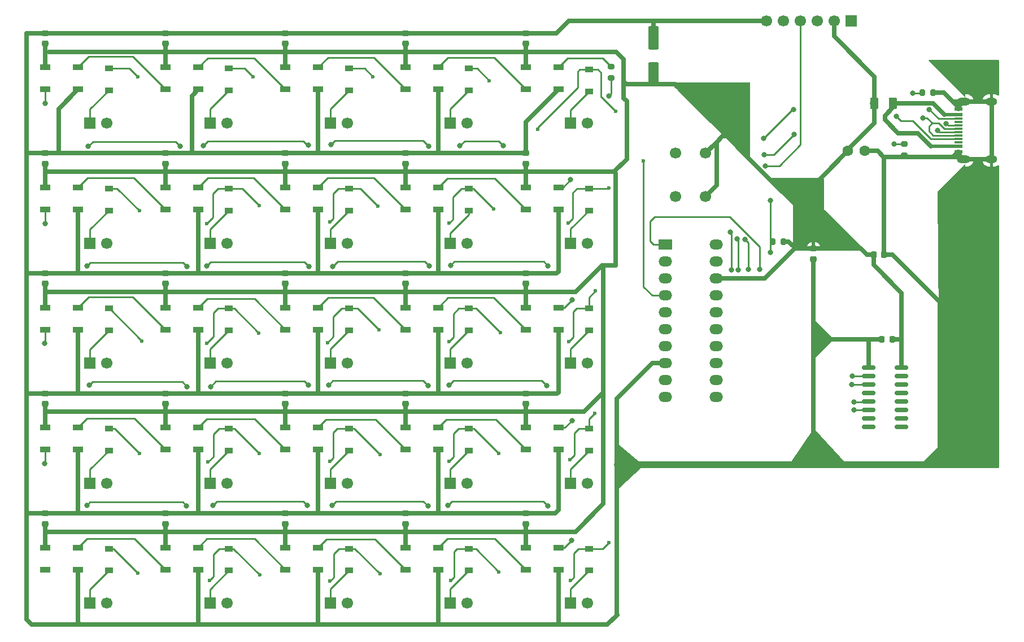
<source format=gtl>
G04 #@! TF.GenerationSoftware,KiCad,Pcbnew,9.0.4*
G04 #@! TF.CreationDate,2025-10-26T21:25:07+02:00*
G04 #@! TF.ProjectId,ResumeCard,52657375-6d65-4436-9172-642e6b696361,rev?*
G04 #@! TF.SameCoordinates,Original*
G04 #@! TF.FileFunction,Copper,L1,Top*
G04 #@! TF.FilePolarity,Positive*
%FSLAX46Y46*%
G04 Gerber Fmt 4.6, Leading zero omitted, Abs format (unit mm)*
G04 Created by KiCad (PCBNEW 9.0.4) date 2025-10-26 21:25:07*
%MOMM*%
%LPD*%
G01*
G04 APERTURE LIST*
G04 Aperture macros list*
%AMRoundRect*
0 Rectangle with rounded corners*
0 $1 Rounding radius*
0 $2 $3 $4 $5 $6 $7 $8 $9 X,Y pos of 4 corners*
0 Add a 4 corners polygon primitive as box body*
4,1,4,$2,$3,$4,$5,$6,$7,$8,$9,$2,$3,0*
0 Add four circle primitives for the rounded corners*
1,1,$1+$1,$2,$3*
1,1,$1+$1,$4,$5*
1,1,$1+$1,$6,$7*
1,1,$1+$1,$8,$9*
0 Add four rect primitives between the rounded corners*
20,1,$1+$1,$2,$3,$4,$5,0*
20,1,$1+$1,$4,$5,$6,$7,0*
20,1,$1+$1,$6,$7,$8,$9,0*
20,1,$1+$1,$8,$9,$2,$3,0*%
G04 Aperture macros list end*
G04 #@! TA.AperFunction,SMDPad,CuDef*
%ADD10RoundRect,0.090000X-0.660000X-0.360000X0.660000X-0.360000X0.660000X0.360000X-0.660000X0.360000X0*%
G04 #@! TD*
G04 #@! TA.AperFunction,SMDPad,CuDef*
%ADD11R,1.220000X0.910000*%
G04 #@! TD*
G04 #@! TA.AperFunction,ComponentPad*
%ADD12R,1.700000X1.700000*%
G04 #@! TD*
G04 #@! TA.AperFunction,ComponentPad*
%ADD13C,1.700000*%
G04 #@! TD*
G04 #@! TA.AperFunction,SMDPad,CuDef*
%ADD14RoundRect,0.225000X-0.250000X0.225000X-0.250000X-0.225000X0.250000X-0.225000X0.250000X0.225000X0*%
G04 #@! TD*
G04 #@! TA.AperFunction,SMDPad,CuDef*
%ADD15RoundRect,0.250000X0.550000X-1.500000X0.550000X1.500000X-0.550000X1.500000X-0.550000X-1.500000X0*%
G04 #@! TD*
G04 #@! TA.AperFunction,ComponentPad*
%ADD16R,2.000000X1.500000*%
G04 #@! TD*
G04 #@! TA.AperFunction,ComponentPad*
%ADD17O,2.000000X1.500000*%
G04 #@! TD*
G04 #@! TA.AperFunction,ComponentPad*
%ADD18O,2.000000X1.520000*%
G04 #@! TD*
G04 #@! TA.AperFunction,SMDPad,CuDef*
%ADD19RoundRect,0.200000X0.275000X-0.200000X0.275000X0.200000X-0.275000X0.200000X-0.275000X-0.200000X0*%
G04 #@! TD*
G04 #@! TA.AperFunction,ComponentPad*
%ADD20O,2.000000X1.200000*%
G04 #@! TD*
G04 #@! TA.AperFunction,ComponentPad*
%ADD21O,1.800000X1.200000*%
G04 #@! TD*
G04 #@! TA.AperFunction,SMDPad,CuDef*
%ADD22C,0.010000*%
G04 #@! TD*
G04 #@! TA.AperFunction,SMDPad,CuDef*
%ADD23R,1.300000X0.600000*%
G04 #@! TD*
G04 #@! TA.AperFunction,SMDPad,CuDef*
%ADD24R,1.300000X0.300000*%
G04 #@! TD*
G04 #@! TA.AperFunction,SMDPad,CuDef*
%ADD25RoundRect,0.200000X-0.200000X-0.275000X0.200000X-0.275000X0.200000X0.275000X-0.200000X0.275000X0*%
G04 #@! TD*
G04 #@! TA.AperFunction,SMDPad,CuDef*
%ADD26RoundRect,0.250000X-0.375000X-0.625000X0.375000X-0.625000X0.375000X0.625000X-0.375000X0.625000X0*%
G04 #@! TD*
G04 #@! TA.AperFunction,SMDPad,CuDef*
%ADD27RoundRect,0.225000X0.250000X-0.225000X0.250000X0.225000X-0.250000X0.225000X-0.250000X-0.225000X0*%
G04 #@! TD*
G04 #@! TA.AperFunction,SMDPad,CuDef*
%ADD28RoundRect,0.225000X0.225000X0.250000X-0.225000X0.250000X-0.225000X-0.250000X0.225000X-0.250000X0*%
G04 #@! TD*
G04 #@! TA.AperFunction,ComponentPad*
%ADD29C,1.600000*%
G04 #@! TD*
G04 #@! TA.AperFunction,SMDPad,CuDef*
%ADD30RoundRect,0.200000X0.200000X0.275000X-0.200000X0.275000X-0.200000X-0.275000X0.200000X-0.275000X0*%
G04 #@! TD*
G04 #@! TA.AperFunction,SMDPad,CuDef*
%ADD31RoundRect,0.200000X-0.275000X0.200000X-0.275000X-0.200000X0.275000X-0.200000X0.275000X0.200000X0*%
G04 #@! TD*
G04 #@! TA.AperFunction,SMDPad,CuDef*
%ADD32RoundRect,0.150000X-0.825000X-0.150000X0.825000X-0.150000X0.825000X0.150000X-0.825000X0.150000X0*%
G04 #@! TD*
G04 #@! TA.AperFunction,ViaPad*
%ADD33C,0.600000*%
G04 #@! TD*
G04 #@! TA.AperFunction,ViaPad*
%ADD34C,0.800000*%
G04 #@! TD*
G04 #@! TA.AperFunction,Conductor*
%ADD35C,0.250000*%
G04 #@! TD*
G04 #@! TA.AperFunction,Conductor*
%ADD36C,0.635000*%
G04 #@! TD*
G04 #@! TA.AperFunction,Conductor*
%ADD37C,1.000000*%
G04 #@! TD*
G04 #@! TA.AperFunction,Conductor*
%ADD38C,0.500000*%
G04 #@! TD*
G04 APERTURE END LIST*
D10*
G04 #@! TO.P,D24,1,VDD*
G04 #@! TO.N,/PWR*
X68550000Y15650000D03*
G04 #@! TO.P,D24,2,DOUT*
G04 #@! TO.N,Net-(D23-DIN)*
X68550000Y12350000D03*
G04 #@! TO.P,D24,3,VSS*
G04 #@! TO.N,GND*
X73450000Y12350000D03*
G04 #@! TO.P,D24,4,DIN*
G04 #@! TO.N,Net-(D24-DIN)*
X73450000Y15650000D03*
G04 #@! TD*
G04 #@! TO.P,D22,1,VDD*
G04 #@! TO.N,/PWR*
X32550000Y15650000D03*
G04 #@! TO.P,D22,2,DOUT*
G04 #@! TO.N,Net-(D21-DIN)*
X32550000Y12350000D03*
G04 #@! TO.P,D22,3,VSS*
G04 #@! TO.N,GND*
X37450000Y12350000D03*
G04 #@! TO.P,D22,4,DIN*
G04 #@! TO.N,Net-(D22-DIN)*
X37450000Y15650000D03*
G04 #@! TD*
G04 #@! TO.P,D18,1,VDD*
G04 #@! TO.N,/PWR*
X50550000Y33650000D03*
G04 #@! TO.P,D18,2,DOUT*
G04 #@! TO.N,Net-(D17-DIN)*
X50550000Y30350000D03*
G04 #@! TO.P,D18,3,VSS*
G04 #@! TO.N,GND*
X55450000Y30350000D03*
G04 #@! TO.P,D18,4,DIN*
G04 #@! TO.N,Net-(D18-DIN)*
X55450000Y33650000D03*
G04 #@! TD*
G04 #@! TO.P,D4,1,VDD*
G04 #@! TO.N,/PWR*
X68550000Y87650000D03*
G04 #@! TO.P,D4,2,DOUT*
G04 #@! TO.N,Net-(D3-DIN)*
X68550000Y84350000D03*
G04 #@! TO.P,D4,3,VSS*
G04 #@! TO.N,GND*
X73450000Y84350000D03*
G04 #@! TO.P,D4,4,DIN*
G04 #@! TO.N,Net-(D4-DIN)*
X73450000Y87650000D03*
G04 #@! TD*
G04 #@! TO.P,D17,1,VDD*
G04 #@! TO.N,/PWR*
X32550000Y33650000D03*
G04 #@! TO.P,D17,2,DOUT*
G04 #@! TO.N,Net-(D16-DIN)*
X32550000Y30350000D03*
G04 #@! TO.P,D17,3,VSS*
G04 #@! TO.N,GND*
X37450000Y30350000D03*
G04 #@! TO.P,D17,4,DIN*
G04 #@! TO.N,Net-(D17-DIN)*
X37450000Y33650000D03*
G04 #@! TD*
G04 #@! TO.P,D8,1,VDD*
G04 #@! TO.N,/PWR*
X50550000Y69650000D03*
G04 #@! TO.P,D8,2,DOUT*
G04 #@! TO.N,Net-(D7-DIN)*
X50550000Y66350000D03*
G04 #@! TO.P,D8,3,VSS*
G04 #@! TO.N,GND*
X55450000Y66350000D03*
G04 #@! TO.P,D8,4,DIN*
G04 #@! TO.N,Net-(D8-DIN)*
X55450000Y69650000D03*
G04 #@! TD*
G04 #@! TO.P,D3,1,VDD*
G04 #@! TO.N,/PWR*
X50550000Y87650000D03*
G04 #@! TO.P,D3,2,DOUT*
G04 #@! TO.N,Net-(D2-DIN)*
X50550000Y84350000D03*
G04 #@! TO.P,D3,3,VSS*
G04 #@! TO.N,GND*
X55450000Y84350000D03*
G04 #@! TO.P,D3,4,DIN*
G04 #@! TO.N,Net-(D3-DIN)*
X55450000Y87650000D03*
G04 #@! TD*
G04 #@! TO.P,D12,1,VDD*
G04 #@! TO.N,/PWR*
X32550000Y51650000D03*
G04 #@! TO.P,D12,2,DOUT*
G04 #@! TO.N,Net-(D11-DIN)*
X32550000Y48350000D03*
G04 #@! TO.P,D12,3,VSS*
G04 #@! TO.N,GND*
X37450000Y48350000D03*
G04 #@! TO.P,D12,4,DIN*
G04 #@! TO.N,Net-(D12-DIN)*
X37450000Y51650000D03*
G04 #@! TD*
G04 #@! TO.P,D25,1,VDD*
G04 #@! TO.N,/PWR*
X86550000Y15650000D03*
G04 #@! TO.P,D25,2,DOUT*
G04 #@! TO.N,Net-(D24-DIN)*
X86550000Y12350000D03*
G04 #@! TO.P,D25,3,VSS*
G04 #@! TO.N,GND*
X91450000Y12350000D03*
G04 #@! TO.P,D25,4,DIN*
G04 #@! TO.N,Net-(D16-DOUT)*
X91450000Y15650000D03*
G04 #@! TD*
G04 #@! TO.P,D7,1,VDD*
G04 #@! TO.N,/PWR*
X32550000Y69650000D03*
G04 #@! TO.P,D7,2,DOUT*
G04 #@! TO.N,Net-(D6-DIN)*
X32550000Y66350000D03*
G04 #@! TO.P,D7,3,VSS*
G04 #@! TO.N,GND*
X37450000Y66350000D03*
G04 #@! TO.P,D7,4,DIN*
G04 #@! TO.N,Net-(D7-DIN)*
X37450000Y69650000D03*
G04 #@! TD*
G04 #@! TO.P,D13,1,VDD*
G04 #@! TO.N,/PWR*
X50550000Y51650000D03*
G04 #@! TO.P,D13,2,DOUT*
G04 #@! TO.N,Net-(D12-DIN)*
X50550000Y48350000D03*
G04 #@! TO.P,D13,3,VSS*
G04 #@! TO.N,GND*
X55450000Y48350000D03*
G04 #@! TO.P,D13,4,DIN*
G04 #@! TO.N,Net-(D13-DIN)*
X55450000Y51650000D03*
G04 #@! TD*
G04 #@! TO.P,D9,1,VDD*
G04 #@! TO.N,/PWR*
X68550000Y69650000D03*
G04 #@! TO.P,D9,2,DOUT*
G04 #@! TO.N,Net-(D8-DIN)*
X68550000Y66350000D03*
G04 #@! TO.P,D9,3,VSS*
G04 #@! TO.N,GND*
X73450000Y66350000D03*
G04 #@! TO.P,D9,4,DIN*
G04 #@! TO.N,Net-(D10-DOUT)*
X73450000Y69650000D03*
G04 #@! TD*
G04 #@! TO.P,D2,1,VDD*
G04 #@! TO.N,/PWR*
X32550000Y87650000D03*
G04 #@! TO.P,D2,2,DOUT*
G04 #@! TO.N,Net-(D1-DIN)*
X32550000Y84350000D03*
G04 #@! TO.P,D2,3,VSS*
G04 #@! TO.N,GND*
X37450000Y84350000D03*
G04 #@! TO.P,D2,4,DIN*
G04 #@! TO.N,Net-(D2-DIN)*
X37450000Y87650000D03*
G04 #@! TD*
G04 #@! TO.P,D6,1,VDD*
G04 #@! TO.N,/PWR*
X14550000Y69650000D03*
G04 #@! TO.P,D6,2,DOUT*
G04 #@! TO.N,Net-(D15-DIN)*
X14550000Y66350000D03*
G04 #@! TO.P,D6,3,VSS*
G04 #@! TO.N,GND*
X19450000Y66350000D03*
G04 #@! TO.P,D6,4,DIN*
G04 #@! TO.N,Net-(D6-DIN)*
X19450000Y69650000D03*
G04 #@! TD*
G04 #@! TO.P,D21,1,VDD*
G04 #@! TO.N,/PWR*
X14550000Y15650000D03*
G04 #@! TO.P,D21,2,DOUT*
G04 #@! TO.N,unconnected-(D21-DOUT-Pad2)*
X14550000Y12350000D03*
G04 #@! TO.P,D21,3,VSS*
G04 #@! TO.N,GND*
X19450000Y12350000D03*
G04 #@! TO.P,D21,4,DIN*
G04 #@! TO.N,Net-(D21-DIN)*
X19450000Y15650000D03*
G04 #@! TD*
G04 #@! TO.P,D19,1,VDD*
G04 #@! TO.N,/PWR*
X68550000Y33650000D03*
G04 #@! TO.P,D19,2,DOUT*
G04 #@! TO.N,Net-(D18-DIN)*
X68550000Y30350000D03*
G04 #@! TO.P,D19,3,VSS*
G04 #@! TO.N,GND*
X73450000Y30350000D03*
G04 #@! TO.P,D19,4,DIN*
G04 #@! TO.N,Net-(D19-DIN)*
X73450000Y33650000D03*
G04 #@! TD*
G04 #@! TO.P,D1,1,VDD*
G04 #@! TO.N,/PWR*
X14550000Y87650000D03*
G04 #@! TO.P,D1,2,DOUT*
G04 #@! TO.N,Net-(D1-DOUT)*
X14550000Y84350000D03*
G04 #@! TO.P,D1,3,VSS*
G04 #@! TO.N,GND*
X19450000Y84350000D03*
G04 #@! TO.P,D1,4,DIN*
G04 #@! TO.N,Net-(D1-DIN)*
X19450000Y87650000D03*
G04 #@! TD*
G04 #@! TO.P,D10,1,VDD*
G04 #@! TO.N,/PWR*
X86550000Y69650000D03*
G04 #@! TO.P,D10,2,DOUT*
G04 #@! TO.N,Net-(D10-DOUT)*
X86550000Y66350000D03*
G04 #@! TO.P,D10,3,VSS*
G04 #@! TO.N,GND*
X91450000Y66350000D03*
G04 #@! TO.P,D10,4,DIN*
G04 #@! TO.N,Net-(D1-DOUT)*
X91450000Y69650000D03*
G04 #@! TD*
G04 #@! TO.P,D11,1,VDD*
G04 #@! TO.N,/PWR*
X14550000Y51650000D03*
G04 #@! TO.P,D11,2,DOUT*
G04 #@! TO.N,Net-(D11-DOUT)*
X14550000Y48350000D03*
G04 #@! TO.P,D11,3,VSS*
G04 #@! TO.N,GND*
X19450000Y48350000D03*
G04 #@! TO.P,D11,4,DIN*
G04 #@! TO.N,Net-(D11-DIN)*
X19450000Y51650000D03*
G04 #@! TD*
G04 #@! TO.P,D16,1,VDD*
G04 #@! TO.N,/PWR*
X14550000Y33650000D03*
G04 #@! TO.P,D16,2,DOUT*
G04 #@! TO.N,Net-(D16-DOUT)*
X14550000Y30350000D03*
G04 #@! TO.P,D16,3,VSS*
G04 #@! TO.N,GND*
X19450000Y30350000D03*
G04 #@! TO.P,D16,4,DIN*
G04 #@! TO.N,Net-(D16-DIN)*
X19450000Y33650000D03*
G04 #@! TD*
G04 #@! TO.P,D15,1,VDD*
G04 #@! TO.N,/PWR*
X86550000Y51650000D03*
G04 #@! TO.P,D15,2,DOUT*
G04 #@! TO.N,Net-(D14-DIN)*
X86550000Y48350000D03*
G04 #@! TO.P,D15,3,VSS*
G04 #@! TO.N,GND*
X91450000Y48350000D03*
G04 #@! TO.P,D15,4,DIN*
G04 #@! TO.N,Net-(D15-DIN)*
X91450000Y51650000D03*
G04 #@! TD*
G04 #@! TO.P,D23,1,VDD*
G04 #@! TO.N,/PWR*
X50550000Y15650000D03*
G04 #@! TO.P,D23,2,DOUT*
G04 #@! TO.N,Net-(D22-DIN)*
X50550000Y12350000D03*
G04 #@! TO.P,D23,3,VSS*
G04 #@! TO.N,GND*
X55450000Y12350000D03*
G04 #@! TO.P,D23,4,DIN*
G04 #@! TO.N,Net-(D23-DIN)*
X55450000Y15650000D03*
G04 #@! TD*
G04 #@! TO.P,D14,1,VDD*
G04 #@! TO.N,/PWR*
X68550000Y51650000D03*
G04 #@! TO.P,D14,2,DOUT*
G04 #@! TO.N,Net-(D13-DIN)*
X68550000Y48350000D03*
G04 #@! TO.P,D14,3,VSS*
G04 #@! TO.N,GND*
X73450000Y48350000D03*
G04 #@! TO.P,D14,4,DIN*
G04 #@! TO.N,Net-(D14-DIN)*
X73450000Y51650000D03*
G04 #@! TD*
G04 #@! TO.P,D5,1,VDD*
G04 #@! TO.N,/PWR*
X86550000Y87650000D03*
G04 #@! TO.P,D5,2,DOUT*
G04 #@! TO.N,Net-(D4-DIN)*
X86550000Y84350000D03*
G04 #@! TO.P,D5,3,VSS*
G04 #@! TO.N,GND*
X91450000Y84350000D03*
G04 #@! TO.P,D5,4,DIN*
G04 #@! TO.N,Net-(D5-DIN)*
X91450000Y87650000D03*
G04 #@! TD*
G04 #@! TO.P,D20,1,VDD*
G04 #@! TO.N,/PWR*
X86550000Y33650000D03*
G04 #@! TO.P,D20,2,DOUT*
G04 #@! TO.N,Net-(D19-DIN)*
X86550000Y30350000D03*
G04 #@! TO.P,D20,3,VSS*
G04 #@! TO.N,GND*
X91450000Y30350000D03*
G04 #@! TO.P,D20,4,DIN*
G04 #@! TO.N,Net-(D11-DOUT)*
X91450000Y33650000D03*
G04 #@! TD*
D11*
G04 #@! TO.P,D46,1,K*
G04 #@! TO.N,/R1*
X24075000Y87490000D03*
G04 #@! TO.P,D46,2,A*
G04 #@! TO.N,/CR1*
X24075000Y84210000D03*
G04 #@! TD*
G04 #@! TO.P,D45,1,K*
G04 #@! TO.N,/R4*
X96025000Y33490000D03*
G04 #@! TO.P,D45,2,A*
G04 #@! TO.N,Net-(D45-A)*
X96025000Y30210000D03*
G04 #@! TD*
G04 #@! TO.P,D42,1,K*
G04 #@! TO.N,/R1*
X96025000Y87315000D03*
G04 #@! TO.P,D42,2,A*
G04 #@! TO.N,Net-(D42-A)*
X96025000Y84035000D03*
G04 #@! TD*
G04 #@! TO.P,D43,1,K*
G04 #@! TO.N,/R2*
X96025000Y69490000D03*
G04 #@! TO.P,D43,2,A*
G04 #@! TO.N,Net-(D43-A)*
X96025000Y66210000D03*
G04 #@! TD*
G04 #@! TO.P,D50,1,K*
G04 #@! TO.N,/R5*
X96025000Y15490000D03*
G04 #@! TO.P,D50,2,A*
G04 #@! TO.N,Net-(D50-A)*
X96025000Y12210000D03*
G04 #@! TD*
G04 #@! TO.P,D35,1,K*
G04 #@! TO.N,/R3*
X60050000Y51490000D03*
G04 #@! TO.P,D35,2,A*
G04 #@! TO.N,Net-(D35-A)*
X60050000Y48210000D03*
G04 #@! TD*
G04 #@! TO.P,D34,1,K*
G04 #@! TO.N,/R2*
X60050000Y69490000D03*
G04 #@! TO.P,D34,2,A*
G04 #@! TO.N,Net-(D34-A)*
X60050000Y66210000D03*
G04 #@! TD*
G04 #@! TO.P,D31,1,K*
G04 #@! TO.N,/R3*
X42062500Y51490000D03*
G04 #@! TO.P,D31,2,A*
G04 #@! TO.N,Net-(D31-A)*
X42062500Y48210000D03*
G04 #@! TD*
G04 #@! TO.P,D27,1,K*
G04 #@! TO.N,/R3*
X24075000Y51490000D03*
G04 #@! TO.P,D27,2,A*
G04 #@! TO.N,/CR3*
X24075000Y48210000D03*
G04 #@! TD*
G04 #@! TO.P,D29,1,K*
G04 #@! TO.N,/R5*
X24075000Y15490000D03*
G04 #@! TO.P,D29,2,A*
G04 #@! TO.N,/CR5*
X24075000Y12210000D03*
G04 #@! TD*
G04 #@! TO.P,D28,1,K*
G04 #@! TO.N,/R4*
X24075000Y33490000D03*
G04 #@! TO.P,D28,2,A*
G04 #@! TO.N,/CR4*
X24075000Y30210000D03*
G04 #@! TD*
G04 #@! TO.P,D40,1,K*
G04 #@! TO.N,/R4*
X78037500Y33490000D03*
G04 #@! TO.P,D40,2,A*
G04 #@! TO.N,Net-(D40-A)*
X78037500Y30210000D03*
G04 #@! TD*
G04 #@! TO.P,D39,1,K*
G04 #@! TO.N,/R3*
X78037500Y51490000D03*
G04 #@! TO.P,D39,2,A*
G04 #@! TO.N,Net-(D39-A)*
X78037500Y48210000D03*
G04 #@! TD*
G04 #@! TO.P,D44,1,K*
G04 #@! TO.N,/R3*
X96025000Y51490000D03*
G04 #@! TO.P,D44,2,A*
G04 #@! TO.N,Net-(D44-A)*
X96025000Y48210000D03*
G04 #@! TD*
G04 #@! TO.P,D37,1,K*
G04 #@! TO.N,/R5*
X60050000Y15490000D03*
G04 #@! TO.P,D37,2,A*
G04 #@! TO.N,Net-(D37-A)*
X60050000Y12210000D03*
G04 #@! TD*
G04 #@! TO.P,D26,1,K*
G04 #@! TO.N,/R2*
X24075000Y69490000D03*
G04 #@! TO.P,D26,2,A*
G04 #@! TO.N,/CR2*
X24075000Y66210000D03*
G04 #@! TD*
G04 #@! TO.P,D47,1,K*
G04 #@! TO.N,/R1*
X42062500Y87490000D03*
G04 #@! TO.P,D47,2,A*
G04 #@! TO.N,Net-(D47-A)*
X42062500Y84210000D03*
G04 #@! TD*
G04 #@! TO.P,D48,1,K*
G04 #@! TO.N,/R1*
X60050000Y87490000D03*
G04 #@! TO.P,D48,2,A*
G04 #@! TO.N,Net-(D48-A)*
X60050000Y84210000D03*
G04 #@! TD*
G04 #@! TO.P,D33,1,K*
G04 #@! TO.N,/R5*
X42062500Y15490000D03*
G04 #@! TO.P,D33,2,A*
G04 #@! TO.N,Net-(D33-A)*
X42062500Y12210000D03*
G04 #@! TD*
G04 #@! TO.P,D36,1,K*
G04 #@! TO.N,/R4*
X60050000Y33490000D03*
G04 #@! TO.P,D36,2,A*
G04 #@! TO.N,Net-(D36-A)*
X60050000Y30210000D03*
G04 #@! TD*
G04 #@! TO.P,D49,1,K*
G04 #@! TO.N,/R1*
X78037500Y87490000D03*
G04 #@! TO.P,D49,2,A*
G04 #@! TO.N,Net-(D49-A)*
X78037500Y84210000D03*
G04 #@! TD*
G04 #@! TO.P,D38,1,K*
G04 #@! TO.N,/R2*
X78037500Y69490000D03*
G04 #@! TO.P,D38,2,A*
G04 #@! TO.N,Net-(D38-A)*
X78037500Y66210000D03*
G04 #@! TD*
G04 #@! TO.P,D41,1,K*
G04 #@! TO.N,/R5*
X78037500Y15490000D03*
G04 #@! TO.P,D41,2,A*
G04 #@! TO.N,Net-(D41-A)*
X78037500Y12210000D03*
G04 #@! TD*
G04 #@! TO.P,D32,1,K*
G04 #@! TO.N,/R4*
X42062500Y33490000D03*
G04 #@! TO.P,D32,2,A*
G04 #@! TO.N,Net-(D32-A)*
X42062500Y30210000D03*
G04 #@! TD*
D12*
G04 #@! TO.P,SW16,1,1*
G04 #@! TO.N,/CR4*
X21250000Y25300000D03*
D13*
G04 #@! TO.P,SW16,2,2*
G04 #@! TO.N,/C1*
X23790000Y25300000D03*
G04 #@! TD*
D14*
G04 #@! TO.P,C9,1*
G04 #@! TO.N,GND*
X68550000Y74775000D03*
G04 #@! TO.P,C9,2*
G04 #@! TO.N,/PWR*
X68550000Y73225000D03*
G04 #@! TD*
G04 #@! TO.P,C19,1*
G04 #@! TO.N,GND*
X68550000Y38775000D03*
G04 #@! TO.P,C19,2*
G04 #@! TO.N,/PWR*
X68550000Y37225000D03*
G04 #@! TD*
D12*
G04 #@! TO.P,SW17,1,1*
G04 #@! TO.N,Net-(D32-A)*
X39250000Y25300000D03*
D13*
G04 #@! TO.P,SW17,2,2*
G04 #@! TO.N,/C2*
X41790000Y25300000D03*
G04 #@! TD*
D12*
G04 #@! TO.P,SW12,1,1*
G04 #@! TO.N,Net-(D31-A)*
X39250000Y43300000D03*
D13*
G04 #@! TO.P,SW12,2,2*
G04 #@! TO.N,/C2*
X41790000Y43300000D03*
G04 #@! TD*
D12*
G04 #@! TO.P,SW6,1,1*
G04 #@! TO.N,/CR2*
X21250000Y61300000D03*
D13*
G04 #@! TO.P,SW6,2,2*
G04 #@! TO.N,/C1*
X23790000Y61300000D03*
G04 #@! TD*
D12*
G04 #@! TO.P,SW2,1,1*
G04 #@! TO.N,Net-(D47-A)*
X39250000Y79300000D03*
D13*
G04 #@! TO.P,SW2,2,2*
G04 #@! TO.N,/C2*
X41790000Y79300000D03*
G04 #@! TD*
D12*
G04 #@! TO.P,SW11,1,1*
G04 #@! TO.N,/CR3*
X21250000Y43300000D03*
D13*
G04 #@! TO.P,SW11,2,2*
G04 #@! TO.N,/C1*
X23790000Y43300000D03*
G04 #@! TD*
D14*
G04 #@! TO.P,C22,1*
G04 #@! TO.N,GND*
X32550000Y20775000D03*
G04 #@! TO.P,C22,2*
G04 #@! TO.N,/PWR*
X32550000Y19225000D03*
G04 #@! TD*
D15*
G04 #@! TO.P,C26,1*
G04 #@! TO.N,/PWR*
X105750000Y86700000D03*
G04 #@! TO.P,C26,2*
G04 #@! TO.N,GND*
X105750000Y92100000D03*
G04 #@! TD*
D16*
G04 #@! TO.P,U1,1,PD1*
G04 #@! TO.N,/UART option (TXD)*
X107515000Y61090000D03*
D17*
G04 #@! TO.P,U1,2,PA1/XTAL2*
G04 #@! TO.N,/BTN*
X107515000Y58550000D03*
G04 #@! TO.P,U1,3,PA0/XTAL1*
G04 #@! TO.N,/DIN*
X107515000Y56010000D03*
G04 #@! TO.P,U1,4,PD2*
G04 #@! TO.N,/R1*
X107515000Y53470000D03*
G04 #@! TO.P,U1,5,PD3*
G04 #@! TO.N,/R2*
X107515000Y50930000D03*
G04 #@! TO.P,U1,6,PD4*
G04 #@! TO.N,/R3*
X107515000Y48390000D03*
G04 #@! TO.P,U1,7,PD5*
G04 #@! TO.N,/R4*
X107515000Y45850000D03*
G04 #@! TO.P,U1,8,GND*
G04 #@! TO.N,GND*
X107515000Y43310000D03*
G04 #@! TO.P,U1,9,PD6*
G04 #@! TO.N,/R5*
X107515000Y40770000D03*
D18*
G04 #@! TO.P,U1,10,PB0*
G04 #@! TO.N,/C5*
X107515000Y38230000D03*
G04 #@! TO.P,U1,11,PB1*
G04 #@! TO.N,/C4*
X115135000Y38230000D03*
G04 #@! TO.P,U1,12,PB2*
G04 #@! TO.N,/C3*
X115135000Y40770000D03*
G04 #@! TO.P,U1,13,PB3*
G04 #@! TO.N,/C2*
X115135000Y43310000D03*
G04 #@! TO.P,U1,14,PB4*
G04 #@! TO.N,/C1*
X115135000Y45850000D03*
G04 #@! TO.P,U1,15,PB5*
G04 #@! TO.N,Net-(J2-MOSI)*
X115135000Y48390000D03*
G04 #@! TO.P,U1,16,PB6*
G04 #@! TO.N,Net-(J2-MISO)*
X115135000Y50930000D03*
G04 #@! TO.P,U1,17,PB7*
G04 #@! TO.N,Net-(J2-SCK)*
X115135000Y53470000D03*
G04 #@! TO.P,U1,18,VCC*
G04 #@! TO.N,/PWR*
X115135000Y56010000D03*
G04 #@! TO.P,U1,19,PA2/~{RESET}*
G04 #@! TO.N,Net-(J2-~{RST})*
X115135000Y58550000D03*
G04 #@! TO.P,U1,20,PD0*
G04 #@! TO.N,/UART option (RXD)*
X115135000Y61090000D03*
G04 #@! TD*
D14*
G04 #@! TO.P,C23,1*
G04 #@! TO.N,GND*
X50550000Y20775000D03*
G04 #@! TO.P,C23,2*
G04 #@! TO.N,/PWR*
X50550000Y19225000D03*
G04 #@! TD*
G04 #@! TO.P,C5,1*
G04 #@! TO.N,GND*
X86550000Y92775000D03*
G04 #@! TO.P,C5,2*
G04 #@! TO.N,/PWR*
X86550000Y91225000D03*
G04 #@! TD*
G04 #@! TO.P,C24,1*
G04 #@! TO.N,GND*
X68550000Y20775000D03*
G04 #@! TO.P,C24,2*
G04 #@! TO.N,/PWR*
X68550000Y19225000D03*
G04 #@! TD*
D12*
G04 #@! TO.P,SW19,1,1*
G04 #@! TO.N,Net-(D40-A)*
X75250000Y25300000D03*
D13*
G04 #@! TO.P,SW19,2,2*
G04 #@! TO.N,/C4*
X77790000Y25300000D03*
G04 #@! TD*
D19*
G04 #@! TO.P,R2,1*
G04 #@! TO.N,/DIN*
X99350000Y86075000D03*
G04 #@! TO.P,R2,2*
G04 #@! TO.N,Net-(D5-DIN)*
X99350000Y87725000D03*
G04 #@! TD*
D14*
G04 #@! TO.P,C7,1*
G04 #@! TO.N,GND*
X32550000Y74775000D03*
G04 #@! TO.P,C7,2*
G04 #@! TO.N,/PWR*
X32550000Y73225000D03*
G04 #@! TD*
D12*
G04 #@! TO.P,SW21,1,1*
G04 #@! TO.N,/CR5*
X21250000Y7300000D03*
D13*
G04 #@! TO.P,SW21,2,2*
G04 #@! TO.N,/C1*
X23790000Y7300000D03*
G04 #@! TD*
D14*
G04 #@! TO.P,C10,1*
G04 #@! TO.N,GND*
X86550000Y74775000D03*
G04 #@! TO.P,C10,2*
G04 #@! TO.N,/PWR*
X86550000Y73225000D03*
G04 #@! TD*
G04 #@! TO.P,C20,1*
G04 #@! TO.N,GND*
X86550000Y38775000D03*
G04 #@! TO.P,C20,2*
G04 #@! TO.N,/PWR*
X86550000Y37225000D03*
G04 #@! TD*
G04 #@! TO.P,C21,1*
G04 #@! TO.N,GND*
X14550000Y20775000D03*
G04 #@! TO.P,C21,2*
G04 #@! TO.N,/PWR*
X14550000Y19225000D03*
G04 #@! TD*
D20*
G04 #@! TO.P,J1,1*
G04 #@! TO.N,GND*
X152200000Y82530000D03*
D21*
G04 #@! TO.P,J1,2*
X156380000Y82530000D03*
G04 #@! TO.P,J1,3*
X156380000Y73870000D03*
D22*
G04 #@! TO.P,J1,5*
G04 #@! TO.N,N/C*
X150100000Y73170000D03*
D23*
G04 #@! TO.P,J1,A1B12*
G04 #@! TO.N,GND*
X151440000Y75000000D03*
D22*
G04 #@! TO.P,J1,A1B13*
G04 #@! TO.N,N/C*
X150270000Y73560000D03*
D23*
G04 #@! TO.P,J1,A4B9*
G04 #@! TO.N,Net-(F1-Pad2)*
X151440000Y75800000D03*
D24*
G04 #@! TO.P,J1,A5,CC1*
G04 #@! TO.N,Net-(J1-CC1)*
X151440000Y76950000D03*
G04 #@! TO.P,J1,A6,D+*
G04 #@! TO.N,Net-(U2-UD+)*
X151440000Y77950000D03*
G04 #@! TO.P,J1,A7,D-*
G04 #@! TO.N,Net-(U2-UD-)*
X151440000Y78450000D03*
G04 #@! TO.P,J1,A8,SBU1*
G04 #@! TO.N,unconnected-(J1-SBU1-PadA8)*
X151440000Y79450000D03*
D23*
G04 #@! TO.P,J1,B1A12*
G04 #@! TO.N,GND*
X151440000Y81400000D03*
G04 #@! TO.P,J1,B4A9*
G04 #@! TO.N,Net-(F1-Pad2)*
X151440000Y80600000D03*
D24*
G04 #@! TO.P,J1,B5,CC2*
G04 #@! TO.N,Net-(J1-CC2)*
X151440000Y79950000D03*
G04 #@! TO.P,J1,B6,D+*
G04 #@! TO.N,Net-(U2-UD+)*
X151440000Y78950000D03*
G04 #@! TO.P,J1,B7,D-*
G04 #@! TO.N,Net-(U2-UD-)*
X151440000Y77450000D03*
G04 #@! TO.P,J1,B8,SBU2*
G04 #@! TO.N,unconnected-(J1-SBU2-PadB8)*
X151440000Y76450000D03*
D20*
G04 #@! TO.P,J1,e*
G04 #@! TO.N,GND*
X152200000Y73870000D03*
G04 #@! TD*
D12*
G04 #@! TO.P,SW5,1,1*
G04 #@! TO.N,Net-(D42-A)*
X93250000Y79300000D03*
D13*
G04 #@! TO.P,SW5,2,2*
G04 #@! TO.N,/C5*
X95790000Y79300000D03*
G04 #@! TD*
G04 #@! TO.P,SW26,1,1*
G04 #@! TO.N,/PWR*
X113525000Y74800000D03*
X113525000Y68300000D03*
G04 #@! TO.P,SW26,2,2*
G04 #@! TO.N,/BTN*
X109025000Y74800000D03*
X109025000Y68300000D03*
G04 #@! TD*
D12*
G04 #@! TO.P,SW1,1,1*
G04 #@! TO.N,/CR1*
X21250000Y79300000D03*
D13*
G04 #@! TO.P,SW1,2,2*
G04 #@! TO.N,/C1*
X23790000Y79300000D03*
G04 #@! TD*
D14*
G04 #@! TO.P,C16,1*
G04 #@! TO.N,GND*
X14550000Y38775000D03*
G04 #@! TO.P,C16,2*
G04 #@! TO.N,/PWR*
X14550000Y37225000D03*
G04 #@! TD*
D25*
G04 #@! TO.P,R4,1*
G04 #@! TO.N,Net-(J1-CC2)*
X145975000Y83900000D03*
G04 #@! TO.P,R4,2*
G04 #@! TO.N,GND*
X147625000Y83900000D03*
G04 #@! TD*
D12*
G04 #@! TO.P,SW23,1,1*
G04 #@! TO.N,Net-(D37-A)*
X57250000Y7300000D03*
D13*
G04 #@! TO.P,SW23,2,2*
G04 #@! TO.N,/C3*
X59790000Y7300000D03*
G04 #@! TD*
D12*
G04 #@! TO.P,J2,1,MISO*
G04 #@! TO.N,Net-(J2-MISO)*
X135350000Y94600000D03*
D13*
G04 #@! TO.P,J2,2,VCC*
G04 #@! TO.N,/PWR*
X132810000Y94600000D03*
G04 #@! TO.P,J2,3,SCK*
G04 #@! TO.N,Net-(J2-SCK)*
X130270000Y94600000D03*
G04 #@! TO.P,J2,4,MOSI*
G04 #@! TO.N,Net-(J2-MOSI)*
X127730000Y94600000D03*
G04 #@! TO.P,J2,5,~{RST}*
G04 #@! TO.N,Net-(J2-~{RST})*
X125190000Y94600000D03*
G04 #@! TO.P,J2,6,GND*
G04 #@! TO.N,GND*
X122650000Y94600000D03*
G04 #@! TD*
D12*
G04 #@! TO.P,SW8,1,1*
G04 #@! TO.N,Net-(D34-A)*
X57250000Y61300000D03*
D13*
G04 #@! TO.P,SW8,2,2*
G04 #@! TO.N,/C3*
X59790000Y61300000D03*
G04 #@! TD*
D26*
G04 #@! TO.P,F1,1*
G04 #@! TO.N,/PWR*
X138850000Y82250000D03*
G04 #@! TO.P,F1,2*
G04 #@! TO.N,Net-(F1-Pad2)*
X141650000Y82250000D03*
G04 #@! TD*
D14*
G04 #@! TO.P,C8,1*
G04 #@! TO.N,GND*
X50550000Y74775000D03*
G04 #@! TO.P,C8,2*
G04 #@! TO.N,/PWR*
X50550000Y73225000D03*
G04 #@! TD*
D12*
G04 #@! TO.P,SW4,1,1*
G04 #@! TO.N,Net-(D49-A)*
X75250000Y79300000D03*
D13*
G04 #@! TO.P,SW4,2,2*
G04 #@! TO.N,/C4*
X77790000Y79300000D03*
G04 #@! TD*
D14*
G04 #@! TO.P,C3,1*
G04 #@! TO.N,GND*
X50550000Y92775000D03*
G04 #@! TO.P,C3,2*
G04 #@! TO.N,/PWR*
X50550000Y91225000D03*
G04 #@! TD*
D27*
G04 #@! TO.P,C28,1*
G04 #@! TO.N,GND*
X129700000Y58925000D03*
G04 #@! TO.P,C28,2*
G04 #@! TO.N,/PWR*
X129700000Y60475000D03*
G04 #@! TD*
D14*
G04 #@! TO.P,C14,1*
G04 #@! TO.N,GND*
X68550000Y56775000D03*
G04 #@! TO.P,C14,2*
G04 #@! TO.N,/PWR*
X68550000Y55225000D03*
G04 #@! TD*
D12*
G04 #@! TO.P,SW7,1,1*
G04 #@! TO.N,Net-(D30-A)*
X39250000Y61300000D03*
D13*
G04 #@! TO.P,SW7,2,2*
G04 #@! TO.N,/C2*
X41790000Y61300000D03*
G04 #@! TD*
D28*
G04 #@! TO.P,C29,1*
G04 #@! TO.N,GND*
X140275000Y59600000D03*
G04 #@! TO.P,C29,2*
G04 #@! TO.N,/PWR*
X138725000Y59600000D03*
G04 #@! TD*
D29*
G04 #@! TO.P,C27,1*
G04 #@! TO.N,GND*
X137395000Y75115000D03*
G04 #@! TO.P,C27,2*
G04 #@! TO.N,/PWR*
X134855000Y75115000D03*
G04 #@! TD*
D12*
G04 #@! TO.P,SW13,1,1*
G04 #@! TO.N,Net-(D35-A)*
X57250000Y43300000D03*
D13*
G04 #@! TO.P,SW13,2,2*
G04 #@! TO.N,/C3*
X59790000Y43300000D03*
G04 #@! TD*
D12*
G04 #@! TO.P,SW18,1,1*
G04 #@! TO.N,Net-(D36-A)*
X57250000Y25300000D03*
D13*
G04 #@! TO.P,SW18,2,2*
G04 #@! TO.N,/C3*
X59790000Y25300000D03*
G04 #@! TD*
D12*
G04 #@! TO.P,SW22,1,1*
G04 #@! TO.N,Net-(D33-A)*
X39250000Y7300000D03*
D13*
G04 #@! TO.P,SW22,2,2*
G04 #@! TO.N,/C2*
X41790000Y7300000D03*
G04 #@! TD*
D14*
G04 #@! TO.P,C17,1*
G04 #@! TO.N,GND*
X32550000Y38775000D03*
G04 #@! TO.P,C17,2*
G04 #@! TO.N,/PWR*
X32550000Y37225000D03*
G04 #@! TD*
D12*
G04 #@! TO.P,SW3,1,1*
G04 #@! TO.N,Net-(D48-A)*
X57250000Y79300000D03*
D13*
G04 #@! TO.P,SW3,2,2*
G04 #@! TO.N,/C3*
X59790000Y79300000D03*
G04 #@! TD*
D12*
G04 #@! TO.P,SW20,1,1*
G04 #@! TO.N,Net-(D45-A)*
X93250000Y25300000D03*
D13*
G04 #@! TO.P,SW20,2,2*
G04 #@! TO.N,/C5*
X95790000Y25300000D03*
G04 #@! TD*
D14*
G04 #@! TO.P,C13,1*
G04 #@! TO.N,GND*
X50550000Y56775000D03*
G04 #@! TO.P,C13,2*
G04 #@! TO.N,/PWR*
X50550000Y55225000D03*
G04 #@! TD*
D30*
G04 #@! TO.P,R1,1*
G04 #@! TO.N,/PWR*
X125200000Y61500000D03*
G04 #@! TO.P,R1,2*
G04 #@! TO.N,Net-(J2-~{RST})*
X123550000Y61500000D03*
G04 #@! TD*
D14*
G04 #@! TO.P,C2,1*
G04 #@! TO.N,GND*
X32550000Y92775000D03*
G04 #@! TO.P,C2,2*
G04 #@! TO.N,/PWR*
X32550000Y91225000D03*
G04 #@! TD*
D31*
G04 #@! TO.P,R3,1*
G04 #@! TO.N,Net-(J1-CC1)*
X143300000Y76125000D03*
G04 #@! TO.P,R3,2*
G04 #@! TO.N,GND*
X143300000Y74475000D03*
G04 #@! TD*
D14*
G04 #@! TO.P,C12,1*
G04 #@! TO.N,GND*
X32550000Y56775000D03*
G04 #@! TO.P,C12,2*
G04 #@! TO.N,/PWR*
X32550000Y55225000D03*
G04 #@! TD*
D12*
G04 #@! TO.P,SW14,1,1*
G04 #@! TO.N,Net-(D39-A)*
X75250000Y43300000D03*
D13*
G04 #@! TO.P,SW14,2,2*
G04 #@! TO.N,/C4*
X77790000Y43300000D03*
G04 #@! TD*
D14*
G04 #@! TO.P,C6,1*
G04 #@! TO.N,GND*
X14550000Y74775000D03*
G04 #@! TO.P,C6,2*
G04 #@! TO.N,/PWR*
X14550000Y73225000D03*
G04 #@! TD*
G04 #@! TO.P,C18,1*
G04 #@! TO.N,GND*
X50550000Y38775000D03*
G04 #@! TO.P,C18,2*
G04 #@! TO.N,/PWR*
X50550000Y37225000D03*
G04 #@! TD*
D12*
G04 #@! TO.P,SW25,1,1*
G04 #@! TO.N,Net-(D50-A)*
X93250000Y7300000D03*
D13*
G04 #@! TO.P,SW25,2,2*
G04 #@! TO.N,/C5*
X95790000Y7300000D03*
G04 #@! TD*
D14*
G04 #@! TO.P,C25,1*
G04 #@! TO.N,GND*
X86550000Y20775000D03*
G04 #@! TO.P,C25,2*
G04 #@! TO.N,/PWR*
X86550000Y19225000D03*
G04 #@! TD*
D32*
G04 #@! TO.P,U2,1,GND*
G04 #@! TO.N,GND*
X137950000Y42670000D03*
G04 #@! TO.P,U2,2,TXD*
G04 #@! TO.N,/UART option (RXD)*
X137950000Y41400000D03*
G04 #@! TO.P,U2,3,RXD*
G04 #@! TO.N,/UART option (TXD)*
X137950000Y40130000D03*
G04 #@! TO.P,U2,4,V3*
G04 #@! TO.N,unconnected-(U2-V3-Pad4)*
X137950000Y38860000D03*
G04 #@! TO.P,U2,5,UD+*
G04 #@! TO.N,Net-(U2-UD+)*
X137950000Y37590000D03*
G04 #@! TO.P,U2,6,UD-*
G04 #@! TO.N,Net-(U2-UD-)*
X137950000Y36320000D03*
G04 #@! TO.P,U2,7,NC*
G04 #@! TO.N,unconnected-(U2-NC-Pad7)*
X137950000Y35050000D03*
G04 #@! TO.P,U2,8,NC*
G04 #@! TO.N,unconnected-(U2-NC-Pad8)*
X137950000Y33780000D03*
G04 #@! TO.P,U2,9,~{CTS}*
G04 #@! TO.N,unconnected-(U2-~{CTS}-Pad9)*
X142900000Y33780000D03*
G04 #@! TO.P,U2,10,~{DSR}*
G04 #@! TO.N,unconnected-(U2-~{DSR}-Pad10)*
X142900000Y35050000D03*
G04 #@! TO.P,U2,11,~{RI}*
G04 #@! TO.N,unconnected-(U2-~{RI}-Pad11)*
X142900000Y36320000D03*
G04 #@! TO.P,U2,12,~{DCD}*
G04 #@! TO.N,unconnected-(U2-~{DCD}-Pad12)*
X142900000Y37590000D03*
G04 #@! TO.P,U2,13,~{DTR}*
G04 #@! TO.N,unconnected-(U2-~{DTR}-Pad13)*
X142900000Y38860000D03*
G04 #@! TO.P,U2,14,~{RTS}*
G04 #@! TO.N,unconnected-(U2-~{RTS}-Pad14)*
X142900000Y40130000D03*
G04 #@! TO.P,U2,15,R232*
G04 #@! TO.N,unconnected-(U2-R232-Pad15)*
X142900000Y41400000D03*
G04 #@! TO.P,U2,16,VCC*
G04 #@! TO.N,/PWR*
X142900000Y42670000D03*
G04 #@! TD*
D14*
G04 #@! TO.P,C1,1*
G04 #@! TO.N,GND*
X14550000Y92775000D03*
G04 #@! TO.P,C1,2*
G04 #@! TO.N,/PWR*
X14550000Y91225000D03*
G04 #@! TD*
D28*
G04 #@! TO.P,C30,1*
G04 #@! TO.N,/PWR*
X141500000Y46900000D03*
G04 #@! TO.P,C30,2*
G04 #@! TO.N,GND*
X139950000Y46900000D03*
G04 #@! TD*
D14*
G04 #@! TO.P,C15,1*
G04 #@! TO.N,GND*
X86550000Y56775000D03*
G04 #@! TO.P,C15,2*
G04 #@! TO.N,/PWR*
X86550000Y55225000D03*
G04 #@! TD*
D12*
G04 #@! TO.P,SW9,1,1*
G04 #@! TO.N,Net-(D38-A)*
X75250000Y61300000D03*
D13*
G04 #@! TO.P,SW9,2,2*
G04 #@! TO.N,/C4*
X77790000Y61300000D03*
G04 #@! TD*
D14*
G04 #@! TO.P,C4,1*
G04 #@! TO.N,GND*
X68550000Y92775000D03*
G04 #@! TO.P,C4,2*
G04 #@! TO.N,/PWR*
X68550000Y91225000D03*
G04 #@! TD*
D12*
G04 #@! TO.P,SW24,1,1*
G04 #@! TO.N,Net-(D41-A)*
X75250000Y7300000D03*
D13*
G04 #@! TO.P,SW24,2,2*
G04 #@! TO.N,/C4*
X77790000Y7300000D03*
G04 #@! TD*
D12*
G04 #@! TO.P,SW10,1,1*
G04 #@! TO.N,Net-(D43-A)*
X93250000Y61300000D03*
D13*
G04 #@! TO.P,SW10,2,2*
G04 #@! TO.N,/C5*
X95790000Y61300000D03*
G04 #@! TD*
D14*
G04 #@! TO.P,C11,1*
G04 #@! TO.N,GND*
X14550000Y56775000D03*
G04 #@! TO.P,C11,2*
G04 #@! TO.N,/PWR*
X14550000Y55225000D03*
G04 #@! TD*
D12*
G04 #@! TO.P,SW15,1,1*
G04 #@! TO.N,Net-(D44-A)*
X93250000Y43300000D03*
D13*
G04 #@! TO.P,SW15,2,2*
G04 #@! TO.N,/C5*
X95790000Y43300000D03*
G04 #@! TD*
D11*
G04 #@! TO.P,D30,1,K*
G04 #@! TO.N,/R2*
X42062500Y69490000D03*
G04 #@! TO.P,D30,2,A*
G04 #@! TO.N,Net-(D30-A)*
X42062500Y66210000D03*
G04 #@! TD*
D33*
G04 #@! TO.N,/R5*
X93300000Y10725000D03*
X82550000Y12025000D03*
X64700000Y11700000D03*
X75300000Y10700000D03*
X57200000Y10600000D03*
X46725000Y11525000D03*
X39150000Y10700000D03*
X28450000Y11825000D03*
G04 #@! TO.N,/R4*
X96925000Y35800000D03*
X82525000Y29750000D03*
X93150000Y28800000D03*
X75075000Y28600000D03*
X64725000Y29600000D03*
X57175000Y28600000D03*
X46625000Y29750000D03*
X38925000Y28475000D03*
X28650000Y29800000D03*
G04 #@! TO.N,/R3*
X96975000Y54125000D03*
X93025000Y46500000D03*
X82750000Y47850000D03*
X64525000Y48275000D03*
X75025000Y46500000D03*
X46550000Y47800000D03*
X56825000Y46400000D03*
X38750000Y46275000D03*
X29000000Y46625000D03*
G04 #@! TO.N,/R2*
X99000000Y69550000D03*
X81775000Y66450000D03*
X92950000Y64325000D03*
X75100000Y64325000D03*
X64375000Y66875000D03*
X46650000Y66900000D03*
X57200000Y64450000D03*
X38725000Y64225000D03*
X28650000Y66150000D03*
G04 #@! TO.N,/R1*
X88350000Y78400000D03*
D34*
G04 #@! TO.N,Net-(D1-DOUT)*
X76700000Y75900000D03*
X38200000Y75900000D03*
X54000000Y76000000D03*
X34800000Y75800000D03*
X72000000Y75800000D03*
X14500000Y82300000D03*
X83200000Y75900000D03*
X21000000Y75800000D03*
X57400000Y76100000D03*
X93300000Y70800000D03*
G04 #@! TO.N,Net-(D11-DOUT)*
X57000000Y40000000D03*
X89700000Y39900000D03*
X54000000Y40000000D03*
X35800000Y39800000D03*
X75100000Y40000000D03*
X71900000Y39900000D03*
X93500000Y34700000D03*
X39300000Y39800000D03*
X21100000Y40000000D03*
X14450000Y46300000D03*
G04 #@! TO.N,Net-(J2-~{RST})*
X123250000Y67675000D03*
X123275000Y59875000D03*
G04 #@! TO.N,Net-(J2-MISO)*
X118250000Y61900000D03*
X126775000Y77575000D03*
X118400000Y57325000D03*
X122325000Y74575000D03*
G04 #@! TO.N,Net-(J2-MOSI)*
X119425000Y61850000D03*
X122450000Y72850000D03*
X119950000Y57350000D03*
G04 #@! TO.N,Net-(J2-SCK)*
X117400000Y57300000D03*
X122242500Y77025000D03*
X126725000Y81325000D03*
X117250000Y62975000D03*
G04 #@! TO.N,/DIN*
X99000000Y83350000D03*
G04 #@! TO.N,/UART option (TXD)*
X121600000Y57350000D03*
X135400000Y40100000D03*
D33*
G04 #@! TO.N,/R1*
X104200000Y73625000D03*
X100000000Y81100000D03*
G04 #@! TO.N,/R5*
X99000000Y16400000D03*
D34*
G04 #@! TO.N,/UART option (RXD)*
X135500000Y41400000D03*
G04 #@! TO.N,Net-(D15-DIN)*
X20800000Y57900000D03*
X14500000Y64200000D03*
X75300000Y58000000D03*
X38700000Y57900000D03*
X57600000Y57800000D03*
X35800000Y57800000D03*
X72100000Y57900000D03*
X89900000Y57900000D03*
X93500000Y52800000D03*
X54100000Y57800000D03*
G04 #@! TO.N,Net-(D16-DOUT)*
X57500000Y22000000D03*
X74900000Y22000000D03*
X53800000Y22000000D03*
X35700000Y21900000D03*
X89900000Y21900000D03*
X39700000Y22000000D03*
X71900000Y21900000D03*
X93400000Y16700000D03*
X20750000Y21950000D03*
X14450000Y28250000D03*
G04 #@! TO.N,Net-(J1-CC1)*
X142100000Y80300000D03*
X141800000Y76200000D03*
G04 #@! TO.N,Net-(U2-UD-)*
X146100000Y80100000D03*
X135800000Y36300000D03*
G04 #@! TO.N,Net-(U2-UD+)*
X135800000Y37500000D03*
X148300000Y78200000D03*
X149600304Y79225001D03*
G04 #@! TO.N,Net-(J1-CC2)*
X144600000Y83800000D03*
X147051229Y81332500D03*
D33*
G04 #@! TO.N,/R1*
X45675000Y86250000D03*
X81100000Y85650000D03*
X28400000Y86250000D03*
X63650000Y86250000D03*
G04 #@! TD*
D35*
G04 #@! TO.N,/R5*
X96025000Y15490000D02*
X98090000Y15490000D01*
X98090000Y15490000D02*
X99000000Y16400000D01*
X78037500Y15490000D02*
X79085000Y15490000D01*
X79085000Y15490000D02*
X82550000Y12025000D01*
X93300000Y10725000D02*
X93750000Y11175000D01*
X93750000Y11175000D02*
X93750000Y14775000D01*
X93750000Y14775000D02*
X94465000Y15490000D01*
X94465000Y15490000D02*
X96025000Y15490000D01*
G04 #@! TO.N,Net-(D24-DIN)*
X73450000Y15650000D02*
X74775000Y16975000D01*
X74775000Y16975000D02*
X81925000Y16975000D01*
X81925000Y16975000D02*
X86550000Y12350000D01*
G04 #@! TO.N,/R5*
X75825000Y11225000D02*
X75825000Y15075000D01*
X60910000Y15490000D02*
X64700000Y11700000D01*
X60050000Y15490000D02*
X60910000Y15490000D01*
X75300000Y10700000D02*
X75825000Y11225000D01*
X75825000Y15075000D02*
X76240000Y15490000D01*
X76240000Y15490000D02*
X78037500Y15490000D01*
G04 #@! TO.N,Net-(D23-DIN)*
X55450000Y15650000D02*
X56725000Y16925000D01*
X63975000Y16925000D02*
X68550000Y12350000D01*
X56725000Y16925000D02*
X63975000Y16925000D01*
G04 #@! TO.N,/R5*
X42062500Y15490000D02*
X42760000Y15490000D01*
X42760000Y15490000D02*
X46725000Y11525000D01*
X57750000Y14675000D02*
X58565000Y15490000D01*
X57200000Y10600000D02*
X57750000Y11150000D01*
X57750000Y11150000D02*
X57750000Y14675000D01*
X58565000Y15490000D02*
X60050000Y15490000D01*
G04 #@! TO.N,Net-(D22-DIN)*
X37450000Y15650000D02*
X38750000Y16950000D01*
X38750000Y16950000D02*
X45950000Y16950000D01*
X45950000Y16950000D02*
X50550000Y12350000D01*
G04 #@! TO.N,Net-(D21-DIN)*
X19450000Y15650000D02*
X20800000Y17000000D01*
X20800000Y17000000D02*
X27900000Y17000000D01*
X27900000Y17000000D02*
X32550000Y12350000D01*
G04 #@! TO.N,/R5*
X39725000Y14625000D02*
X40590000Y15490000D01*
X40590000Y15490000D02*
X42062500Y15490000D01*
X24075000Y15490000D02*
X24785000Y15490000D01*
X24785000Y15490000D02*
X28450000Y11825000D01*
X39150000Y10700000D02*
X39725000Y11275000D01*
X39725000Y11275000D02*
X39725000Y14625000D01*
G04 #@! TO.N,Net-(D50-A)*
X93250000Y7300000D02*
X93250000Y9435000D01*
X93250000Y9435000D02*
X96025000Y12210000D01*
G04 #@! TO.N,Net-(D41-A)*
X75250000Y7300000D02*
X75250000Y9422500D01*
X75250000Y9422500D02*
X78037500Y12210000D01*
G04 #@! TO.N,Net-(D37-A)*
X57250000Y7300000D02*
X57250000Y9410000D01*
X57250000Y9410000D02*
X60050000Y12210000D01*
G04 #@! TO.N,Net-(D33-A)*
X39250000Y7300000D02*
X39250000Y9397500D01*
X39250000Y9397500D02*
X42062500Y12210000D01*
G04 #@! TO.N,/CR5*
X21250000Y7300000D02*
X21250000Y9385000D01*
X21250000Y9385000D02*
X24075000Y12210000D01*
G04 #@! TO.N,/R4*
X96025000Y34900000D02*
X96925000Y35800000D01*
X96025000Y33490000D02*
X96025000Y34900000D01*
X93150000Y28800000D02*
X93825000Y29475000D01*
X78785000Y33490000D02*
X82525000Y29750000D01*
X93825000Y29475000D02*
X93825000Y32825000D01*
X78037500Y33490000D02*
X78785000Y33490000D01*
X93825000Y32825000D02*
X93850000Y32825000D01*
X93850000Y32825000D02*
X94515000Y33490000D01*
X94515000Y33490000D02*
X96025000Y33490000D01*
G04 #@! TO.N,Net-(D19-DIN)*
X73450000Y33650000D02*
X74625000Y34825000D01*
X74625000Y34825000D02*
X82075000Y34825000D01*
X82075000Y34825000D02*
X86550000Y30350000D01*
G04 #@! TO.N,/R4*
X60835000Y33490000D02*
X64725000Y29600000D01*
X60050000Y33490000D02*
X60835000Y33490000D01*
X75075000Y28600000D02*
X75750000Y29275000D01*
X75750000Y29275000D02*
X75750000Y32700000D01*
X75750000Y32700000D02*
X76540000Y33490000D01*
X76540000Y33490000D02*
X78037500Y33490000D01*
G04 #@! TO.N,Net-(D18-DIN)*
X55450000Y33650000D02*
X56625000Y34825000D01*
X64075000Y34825000D02*
X68550000Y30350000D01*
X56625000Y34825000D02*
X64075000Y34825000D01*
G04 #@! TO.N,/R4*
X57700000Y32875000D02*
X58315000Y33490000D01*
X42885000Y33490000D02*
X46625000Y29750000D01*
X42062500Y33490000D02*
X42885000Y33490000D01*
X57700000Y29125000D02*
X57700000Y32875000D01*
X57175000Y28600000D02*
X57700000Y29125000D01*
X58315000Y33490000D02*
X60050000Y33490000D01*
G04 #@! TO.N,Net-(D17-DIN)*
X37450000Y33650000D02*
X38750000Y34950000D01*
X38750000Y34950000D02*
X45950000Y34950000D01*
X45950000Y34950000D02*
X50550000Y30350000D01*
G04 #@! TO.N,Net-(D16-DIN)*
X19450000Y33650000D02*
X20825000Y35025000D01*
X20825000Y35025000D02*
X27875000Y35025000D01*
X27875000Y35025000D02*
X32550000Y30350000D01*
G04 #@! TO.N,/R4*
X24075000Y33490000D02*
X24960000Y33490000D01*
X40615000Y33490000D02*
X42062500Y33490000D01*
X24960000Y33490000D02*
X28650000Y29800000D01*
X38925000Y28475000D02*
X39750000Y29300000D01*
X39750000Y29300000D02*
X39750000Y32625000D01*
X39750000Y32625000D02*
X40615000Y33490000D01*
G04 #@! TO.N,Net-(D45-A)*
X93250000Y25300000D02*
X93250000Y27435000D01*
X93250000Y27435000D02*
X96025000Y30210000D01*
G04 #@! TO.N,Net-(D40-A)*
X75250000Y25300000D02*
X75250000Y27422500D01*
X75250000Y27422500D02*
X78037500Y30210000D01*
G04 #@! TO.N,Net-(D36-A)*
X57250000Y25300000D02*
X57250000Y27410000D01*
X57250000Y27410000D02*
X60050000Y30210000D01*
G04 #@! TO.N,Net-(D32-A)*
X39250000Y25300000D02*
X39250000Y27397500D01*
X39250000Y27397500D02*
X42062500Y30210000D01*
G04 #@! TO.N,/CR4*
X21250000Y25300000D02*
X21250000Y27385000D01*
X21250000Y27385000D02*
X24075000Y30210000D01*
G04 #@! TO.N,/R3*
X96025000Y53175000D02*
X96975000Y54125000D01*
X96025000Y51490000D02*
X96025000Y53175000D01*
X78037500Y51490000D02*
X79110000Y51490000D01*
X79110000Y51490000D02*
X82750000Y47850000D01*
X93725000Y51025000D02*
X94200000Y51500000D01*
X94210000Y51490000D02*
X96025000Y51490000D01*
X93025000Y46500000D02*
X93725000Y47200000D01*
X93725000Y47200000D02*
X93725000Y51025000D01*
X94200000Y51500000D02*
X94210000Y51490000D01*
G04 #@! TO.N,Net-(D14-DIN)*
X73450000Y51650000D02*
X74925000Y53125000D01*
X74925000Y53125000D02*
X81775000Y53125000D01*
X81775000Y53125000D02*
X86550000Y48350000D01*
G04 #@! TO.N,Net-(D13-DIN)*
X55450000Y51650000D02*
X56950000Y53150000D01*
X56950000Y53150000D02*
X63750000Y53150000D01*
X63750000Y53150000D02*
X68550000Y48350000D01*
G04 #@! TO.N,/R3*
X76515000Y51490000D02*
X78037500Y51490000D01*
X60050000Y51490000D02*
X61310000Y51490000D01*
X75700000Y50675000D02*
X76515000Y51490000D01*
X61310000Y51490000D02*
X64525000Y48275000D01*
X75025000Y46500000D02*
X75700000Y47175000D01*
X75700000Y47175000D02*
X75700000Y50675000D01*
X57725000Y47300000D02*
X57725000Y50275000D01*
X42860000Y51490000D02*
X46550000Y47800000D01*
X57725000Y50275000D02*
X58940000Y51490000D01*
X42062500Y51490000D02*
X42860000Y51490000D01*
X56825000Y46400000D02*
X57725000Y47300000D01*
X58940000Y51490000D02*
X60050000Y51490000D01*
G04 #@! TO.N,Net-(D12-DIN)*
X37450000Y51650000D02*
X38800000Y53000000D01*
X38800000Y53000000D02*
X45900000Y53000000D01*
X45900000Y53000000D02*
X50550000Y48350000D01*
G04 #@! TO.N,/R3*
X24075000Y51490000D02*
X24135000Y51490000D01*
X24135000Y51490000D02*
X29000000Y46625000D01*
X38750000Y46275000D02*
X39775000Y47300000D01*
X39775000Y47300000D02*
X39775000Y50850000D01*
X39775000Y50850000D02*
X40415000Y51490000D01*
X40415000Y51490000D02*
X42062500Y51490000D01*
G04 #@! TO.N,Net-(D11-DIN)*
X19450000Y51650000D02*
X21025000Y53225000D01*
X21025000Y53225000D02*
X27675000Y53225000D01*
X27675000Y53225000D02*
X32550000Y48350000D01*
G04 #@! TO.N,Net-(D44-A)*
X93250000Y43300000D02*
X93250000Y45435000D01*
X93250000Y45435000D02*
X96025000Y48210000D01*
G04 #@! TO.N,Net-(D39-A)*
X75250000Y43300000D02*
X75250000Y45422500D01*
X75250000Y45422500D02*
X78037500Y48210000D01*
G04 #@! TO.N,Net-(D35-A)*
X57250000Y43300000D02*
X57250000Y45410000D01*
X57250000Y45410000D02*
X60050000Y48210000D01*
G04 #@! TO.N,Net-(D31-A)*
X39250000Y43300000D02*
X39250000Y45397500D01*
X39250000Y45397500D02*
X42062500Y48210000D01*
G04 #@! TO.N,/CR3*
X21250000Y43300000D02*
X21250000Y45385000D01*
X21250000Y45385000D02*
X24075000Y48210000D01*
G04 #@! TO.N,Net-(D8-DIN)*
X55450000Y69650000D02*
X56875000Y71075000D01*
X56875000Y71075000D02*
X63825000Y71075000D01*
X63825000Y71075000D02*
X68550000Y66350000D01*
G04 #@! TO.N,/R2*
X98940000Y69490000D02*
X99000000Y69550000D01*
X96025000Y69490000D02*
X98940000Y69490000D01*
X92950000Y64325000D02*
X93625000Y65000000D01*
X93625000Y65000000D02*
X93625000Y68850000D01*
X93625000Y68850000D02*
X94265000Y69490000D01*
X94265000Y69490000D02*
X96025000Y69490000D01*
G04 #@! TO.N,Net-(D43-A)*
X93250000Y61300000D02*
X93250000Y63435000D01*
X93250000Y63435000D02*
X96025000Y66210000D01*
G04 #@! TO.N,/R2*
X78037500Y69490000D02*
X78735000Y69490000D01*
X78735000Y69490000D02*
X81775000Y66450000D01*
G04 #@! TO.N,Net-(D10-DOUT)*
X73450000Y69650000D02*
X74800000Y71000000D01*
X74800000Y71000000D02*
X81900000Y71000000D01*
X81900000Y71000000D02*
X86550000Y66350000D01*
G04 #@! TO.N,Net-(D34-A)*
X57250000Y61300000D02*
X57250000Y63410000D01*
X57250000Y63410000D02*
X60050000Y66210000D01*
G04 #@! TO.N,Net-(D38-A)*
X75250000Y61300000D02*
X75250000Y62800000D01*
X75250000Y62800000D02*
X78037500Y65587500D01*
X78037500Y65587500D02*
X78037500Y66210000D01*
G04 #@! TO.N,/R2*
X75625000Y68175000D02*
X76940000Y69490000D01*
X61760000Y69490000D02*
X64375000Y66875000D01*
X60050000Y69490000D02*
X61760000Y69490000D01*
X75100000Y64325000D02*
X75625000Y64850000D01*
X75625000Y64850000D02*
X75625000Y68175000D01*
X76940000Y69490000D02*
X78037500Y69490000D01*
X58490000Y69490000D02*
X60050000Y69490000D01*
X57700000Y64950000D02*
X57700000Y68700000D01*
X44060000Y69490000D02*
X46650000Y66900000D01*
X42062500Y69490000D02*
X44060000Y69490000D01*
X57200000Y64450000D02*
X57700000Y64950000D01*
X57700000Y68700000D02*
X58490000Y69490000D01*
G04 #@! TO.N,Net-(D7-DIN)*
X37450000Y69650000D02*
X38900000Y71100000D01*
X38900000Y71100000D02*
X45800000Y71100000D01*
X45800000Y71100000D02*
X50550000Y66350000D01*
G04 #@! TO.N,/R2*
X40440000Y69490000D02*
X42062500Y69490000D01*
X25310000Y69490000D02*
X28650000Y66150000D01*
X24075000Y69490000D02*
X25310000Y69490000D01*
X38725000Y64225000D02*
X39675000Y65175000D01*
X39675000Y65175000D02*
X39675000Y68725000D01*
X39675000Y68725000D02*
X40440000Y69490000D01*
G04 #@! TO.N,Net-(D30-A)*
X39250000Y61300000D02*
X39250000Y63375000D01*
X39250000Y63375000D02*
X42062500Y66187500D01*
X42062500Y66187500D02*
X42062500Y66210000D01*
G04 #@! TO.N,/CR2*
X21250000Y61300000D02*
X21250000Y63385000D01*
X21250000Y63385000D02*
X24075000Y66210000D01*
G04 #@! TO.N,Net-(D6-DIN)*
X19450000Y69650000D02*
X20875000Y71075000D01*
X20875000Y71075000D02*
X27825000Y71075000D01*
X27825000Y71075000D02*
X32550000Y66350000D01*
G04 #@! TO.N,Net-(D4-DIN)*
X73450000Y87650000D02*
X74900000Y89100000D01*
X74900000Y89100000D02*
X81800000Y89100000D01*
X81800000Y89100000D02*
X86550000Y84350000D01*
G04 #@! TO.N,Net-(D49-A)*
X75250000Y79300000D02*
X75250000Y81422500D01*
X75250000Y81422500D02*
X78037500Y84210000D01*
G04 #@! TO.N,Net-(D3-DIN)*
X55450000Y87650000D02*
X56925000Y89125000D01*
X56925000Y89125000D02*
X63775000Y89125000D01*
X63775000Y89125000D02*
X68550000Y84350000D01*
G04 #@! TO.N,Net-(D48-A)*
X57250000Y79300000D02*
X57250000Y81410000D01*
X57250000Y81410000D02*
X60050000Y84210000D01*
G04 #@! TO.N,Net-(D2-DIN)*
X37450000Y87650000D02*
X38875000Y89075000D01*
X45825000Y89075000D02*
X50550000Y84350000D01*
X38875000Y89075000D02*
X45825000Y89075000D01*
G04 #@! TO.N,Net-(D47-A)*
X39250000Y79300000D02*
X39250000Y81397500D01*
X39250000Y81397500D02*
X42062500Y84210000D01*
G04 #@! TO.N,/R1*
X94325000Y87025000D02*
X94615000Y87315000D01*
X94615000Y87315000D02*
X96025000Y87315000D01*
X88350000Y78400000D02*
X88350000Y78650000D01*
X88350000Y78650000D02*
X94325000Y84625000D01*
X94325000Y84625000D02*
X94325000Y87025000D01*
X97410000Y87315000D02*
X97875000Y86850000D01*
X97875000Y86850000D02*
X97875000Y83225000D01*
X97875000Y83225000D02*
X97912500Y83187500D01*
X96025000Y87315000D02*
X97410000Y87315000D01*
G04 #@! TO.N,Net-(D42-A)*
X93250000Y79300000D02*
X93250000Y81260000D01*
X93250000Y81260000D02*
X96025000Y84035000D01*
G04 #@! TO.N,Net-(D5-DIN)*
X91450000Y87650000D02*
X92825000Y89025000D01*
X92825000Y89025000D02*
X98050000Y89025000D01*
X98050000Y89025000D02*
X99350000Y87725000D01*
G04 #@! TO.N,/R1*
X97912500Y83187500D02*
X100000000Y81100000D01*
G04 #@! TO.N,/CR1*
X21250000Y79300000D02*
X21250000Y81385000D01*
X21250000Y81385000D02*
X24075000Y84210000D01*
G04 #@! TO.N,Net-(D1-DIN)*
X19450000Y87650000D02*
X21075000Y89275000D01*
X27625000Y89275000D02*
X32550000Y84350000D01*
X21075000Y89275000D02*
X27625000Y89275000D01*
G04 #@! TO.N,Net-(D1-DOUT)*
X71150000Y76650000D02*
X57950000Y76650000D01*
X21700000Y76500000D02*
X21000000Y75800000D01*
X53800000Y76000000D02*
X53200000Y76600000D01*
X77400000Y76600000D02*
X76700000Y75900000D01*
X83200000Y75900000D02*
X82500000Y76600000D01*
X34100000Y76500000D02*
X21700000Y76500000D01*
X14500000Y82300000D02*
X14550000Y82350000D01*
X14550000Y84350000D02*
X14550000Y82350000D01*
X34800000Y75800000D02*
X34100000Y76500000D01*
X72000000Y75800000D02*
X71150000Y76650000D01*
X53200000Y76600000D02*
X38900000Y76600000D01*
X38900000Y76600000D02*
X38200000Y75900000D01*
X54000000Y76000000D02*
X53800000Y76000000D01*
X91450000Y69650000D02*
X92150000Y69650000D01*
X82500000Y76600000D02*
X77400000Y76600000D01*
X92150000Y69650000D02*
X93300000Y70800000D01*
X57950000Y76650000D02*
X57400000Y76100000D01*
D36*
G04 #@! TO.N,GND*
X11725000Y75000000D02*
X11725000Y75400000D01*
X73450000Y48350000D02*
X73450000Y38825000D01*
X73450000Y30350000D02*
X73450000Y20800000D01*
X19450000Y4450000D02*
X19800000Y4100000D01*
X50550000Y38775000D02*
X37500000Y38775000D01*
X16550000Y74775000D02*
X16550000Y81450000D01*
X37500000Y38775000D02*
X32550000Y38775000D01*
X19450000Y30350000D02*
X19450000Y20825000D01*
X150600000Y74250000D02*
X150350000Y74250000D01*
X32550000Y92775000D02*
X14550000Y92775000D01*
X68550000Y56775000D02*
X55450000Y56775000D01*
X151440000Y74630000D02*
X152200000Y73870000D01*
X151620000Y73900000D02*
X155800000Y73900000D01*
X32550000Y38775000D02*
X19500000Y38775000D01*
X86550000Y74775000D02*
X86550000Y79450000D01*
X36500000Y74775000D02*
X32550000Y74775000D01*
X73450000Y74825000D02*
X73500000Y74775000D01*
X98800000Y4100000D02*
X100250000Y5550000D01*
X100250000Y5550000D02*
X100200000Y5600000D01*
X68550000Y74775000D02*
X55500000Y74775000D01*
X151270000Y74250000D02*
X151620000Y73900000D01*
X129800000Y46900000D02*
X129750000Y46850000D01*
X55450000Y74825000D02*
X55500000Y74775000D01*
X73450000Y56775000D02*
X68550000Y56775000D01*
X151440000Y81770000D02*
X151330000Y81770000D01*
X86550000Y79450000D02*
X91450000Y84350000D01*
X37450000Y30350000D02*
X37450000Y20850000D01*
X86550000Y74775000D02*
X73500000Y74775000D01*
X14550000Y74775000D02*
X11950000Y74775000D01*
X140350000Y74250000D02*
X150350000Y74250000D01*
X73500000Y38775000D02*
X68550000Y38775000D01*
X55450000Y84350000D02*
X55450000Y74825000D01*
X19450000Y56775000D02*
X14550000Y56775000D01*
X68550000Y92775000D02*
X50550000Y92775000D01*
X91450000Y38950000D02*
X91275000Y38775000D01*
X150600000Y74250000D02*
X151314000Y74964000D01*
X73450000Y4300000D02*
X73650000Y4100000D01*
X37375000Y20775000D02*
X50550000Y20775000D01*
X73650000Y4100000D02*
X91400000Y4100000D01*
X37500000Y74775000D02*
X36500000Y74775000D01*
X55500000Y38775000D02*
X50550000Y38775000D01*
X73475000Y20775000D02*
X86550000Y20775000D01*
X73450000Y66350000D02*
X73450000Y56775000D01*
X149200000Y83900000D02*
X147625000Y83900000D01*
X14550000Y92775000D02*
X11725000Y92775000D01*
X129700000Y46800000D02*
X129700000Y46450000D01*
X100200000Y5600000D02*
X100200000Y28000000D01*
X86550000Y38775000D02*
X73500000Y38775000D01*
X139950000Y46900000D02*
X129800000Y46900000D01*
X150350000Y74250000D02*
X151270000Y74250000D01*
X11725000Y20800000D02*
X11775000Y20750000D01*
X37450000Y84350000D02*
X36500000Y83400000D01*
X150570000Y82530000D02*
X149200000Y83900000D01*
X105750000Y91800000D02*
X105750000Y94500000D01*
X37450000Y56775000D02*
X32550000Y56775000D01*
X11725000Y20800000D02*
X11725000Y4875000D01*
X73450000Y20800000D02*
X73475000Y20775000D01*
X137950000Y42670000D02*
X137950000Y46850000D01*
X19450000Y12350000D02*
X19450000Y4450000D01*
X91175000Y92775000D02*
X93000000Y94600000D01*
X140275000Y74175000D02*
X140350000Y74250000D01*
X91400000Y4100000D02*
X98800000Y4100000D01*
X55450000Y4100000D02*
X73650000Y4100000D01*
X105750000Y94500000D02*
X105650000Y94600000D01*
X68550000Y38775000D02*
X55500000Y38775000D01*
X140275000Y59600000D02*
X141500000Y59600000D01*
X14550000Y56775000D02*
X11725000Y56775000D01*
X105650000Y94600000D02*
X111900000Y94600000D01*
X148600000Y30500000D02*
X148600000Y52500000D01*
X129700000Y46400000D02*
X129700000Y30650000D01*
X55575000Y20775000D02*
X68550000Y20775000D01*
X11725000Y75400000D02*
X11725000Y92775000D01*
X19450000Y66350000D02*
X19450000Y56775000D01*
X151620000Y82540000D02*
X155800000Y82540000D01*
X100210000Y37960000D02*
X105560000Y43310000D01*
X19450000Y48350000D02*
X19450000Y38825000D01*
X91450000Y30350000D02*
X91450000Y21275000D01*
X91450000Y4150000D02*
X91400000Y4100000D01*
X151440000Y75000000D02*
X151440000Y74630000D01*
X129750000Y46850000D02*
X129700000Y46800000D01*
X37400000Y4100000D02*
X55450000Y4100000D01*
X55450000Y12350000D02*
X55450000Y4100000D01*
X11725000Y56775000D02*
X11725000Y75400000D01*
X11725000Y56775000D02*
X11725000Y20800000D01*
X151330000Y81770000D02*
X150570000Y82530000D01*
X151440000Y81400000D02*
X151440000Y81770000D01*
X37450000Y66350000D02*
X37450000Y56775000D01*
X100210000Y28010000D02*
X100210000Y37960000D01*
X11775000Y20750000D02*
X11800000Y20775000D01*
X55450000Y56775000D02*
X50550000Y56775000D01*
X19500000Y20775000D02*
X32550000Y20775000D01*
X151440000Y81770000D02*
X152200000Y82530000D01*
X104500000Y94600000D02*
X105650000Y94600000D01*
X19450000Y20825000D02*
X19500000Y20775000D01*
X105560000Y43310000D02*
X107515000Y43310000D01*
X137395000Y75115000D02*
X139335000Y75115000D01*
X152215000Y82520000D02*
X151820000Y82520000D01*
X37450000Y4150000D02*
X37400000Y4100000D01*
X16550000Y81450000D02*
X19450000Y84350000D01*
X111900000Y94600000D02*
X122650000Y94600000D01*
X19500000Y74775000D02*
X16550000Y74775000D01*
X37450000Y48350000D02*
X37450000Y38825000D01*
X73450000Y12350000D02*
X73450000Y4300000D01*
X55500000Y74775000D02*
X50550000Y74775000D01*
X86550000Y92775000D02*
X91175000Y92775000D01*
X32550000Y20775000D02*
X37375000Y20775000D01*
X86550000Y56775000D02*
X73450000Y56775000D01*
X73500000Y74775000D02*
X68550000Y74775000D01*
X152200000Y82530000D02*
X150570000Y82530000D01*
X37450000Y20850000D02*
X37375000Y20775000D01*
X50550000Y20775000D02*
X55575000Y20775000D01*
X50550000Y92775000D02*
X32550000Y92775000D01*
X140275000Y59600000D02*
X140275000Y74175000D01*
X73450000Y84350000D02*
X73450000Y74825000D01*
X152145000Y82450000D02*
X152215000Y82520000D01*
X90950000Y20775000D02*
X86550000Y20775000D01*
X12500000Y4100000D02*
X19800000Y4100000D01*
X68550000Y20775000D02*
X73475000Y20775000D01*
X86550000Y56775000D02*
X91175000Y56775000D01*
X11800000Y20775000D02*
X14550000Y20775000D01*
X86550000Y92775000D02*
X68550000Y92775000D01*
X141500000Y59600000D02*
X148600000Y52500000D01*
X55450000Y66350000D02*
X55450000Y56775000D01*
X151314000Y74964000D02*
X151440000Y74964000D01*
X32550000Y56775000D02*
X19450000Y56775000D01*
X93000000Y94600000D02*
X104500000Y94600000D01*
X91275000Y38775000D02*
X86550000Y38775000D01*
X139335000Y75115000D02*
X140275000Y74175000D01*
X55450000Y30350000D02*
X55450000Y20900000D01*
X91450000Y66350000D02*
X91450000Y57050000D01*
X14550000Y38775000D02*
X11950000Y38775000D01*
X19500000Y38775000D02*
X14550000Y38775000D01*
X32550000Y74775000D02*
X19500000Y74775000D01*
X91450000Y12350000D02*
X91450000Y4150000D01*
X16550000Y74775000D02*
X14550000Y74775000D01*
X14550000Y20775000D02*
X19500000Y20775000D01*
X55450000Y48350000D02*
X55450000Y38825000D01*
X55450000Y20900000D02*
X55575000Y20775000D01*
X91450000Y21275000D02*
X90950000Y20775000D01*
X37450000Y12350000D02*
X37450000Y4150000D01*
X91450000Y57050000D02*
X91175000Y56775000D01*
X146200000Y28100000D02*
X148600000Y30500000D01*
X19800000Y4100000D02*
X37400000Y4100000D01*
X50550000Y74775000D02*
X37500000Y74775000D01*
X11725000Y4875000D02*
X12500000Y4100000D01*
X11950000Y74775000D02*
X11725000Y75000000D01*
X100200000Y28000000D02*
X100210000Y28010000D01*
D37*
X100300000Y28100000D02*
X146200000Y28100000D01*
D36*
X129700000Y58925000D02*
X129700000Y46800000D01*
X100200000Y28000000D02*
X100300000Y28100000D01*
X151620000Y82540000D02*
X151620000Y82385000D01*
X36500000Y83400000D02*
X36500000Y74775000D01*
X50550000Y56775000D02*
X37450000Y56775000D01*
X156400000Y82540000D02*
X156400000Y73900000D01*
X91450000Y48350000D02*
X91450000Y38950000D01*
D35*
G04 #@! TO.N,Net-(D11-DOUT)*
X14500000Y48350000D02*
X14500000Y46350000D01*
X71150000Y40650000D02*
X57650000Y40650000D01*
X21600000Y40500000D02*
X34900000Y40500000D01*
X53400000Y40600000D02*
X40100000Y40600000D01*
X91450000Y33650000D02*
X92450000Y33650000D01*
X54000000Y40000000D02*
X53400000Y40600000D01*
X57650000Y40650000D02*
X57000000Y40000000D01*
X21100000Y40000000D02*
X21600000Y40500000D01*
X35100000Y40500000D02*
X35800000Y39800000D01*
X34900000Y40500000D02*
X35100000Y40500000D01*
X92450000Y33650000D02*
X93500000Y34700000D01*
X75750000Y40650000D02*
X75100000Y40000000D01*
X71900000Y39900000D02*
X71150000Y40650000D01*
X89700000Y39900000D02*
X88950000Y40650000D01*
X40100000Y40600000D02*
X39300000Y39800000D01*
X88950000Y40650000D02*
X75750000Y40650000D01*
G04 #@! TO.N,Net-(J2-~{RST})*
X123275000Y59875000D02*
X123275000Y60400000D01*
X123275000Y67650000D02*
X123250000Y67675000D01*
X123275000Y60400000D02*
X123275000Y67650000D01*
G04 #@! TO.N,Net-(J2-MISO)*
X118400000Y61750000D02*
X118250000Y61900000D01*
X118400000Y57325000D02*
X118400000Y61750000D01*
X122325000Y74575000D02*
X123775000Y74575000D01*
X123775000Y74575000D02*
X126775000Y77575000D01*
G04 #@! TO.N,Net-(J2-MOSI)*
X119950000Y57350000D02*
X119950000Y61325000D01*
X119950000Y61325000D02*
X119425000Y61850000D01*
X127730000Y92470000D02*
X127730000Y94600000D01*
X124550000Y72850000D02*
X127750000Y76050000D01*
X122450000Y72850000D02*
X124550000Y72850000D01*
X127750000Y92450000D02*
X127730000Y92470000D01*
X127750000Y76050000D02*
X127750000Y92450000D01*
G04 #@! TO.N,Net-(J2-SCK)*
X122242500Y77025000D02*
X126542500Y81325000D01*
X117400000Y57300000D02*
X117400000Y62825000D01*
X117400000Y62825000D02*
X117250000Y62975000D01*
X126542500Y81325000D02*
X126725000Y81325000D01*
G04 #@! TO.N,/DIN*
X99350000Y83700000D02*
X99350000Y86075000D01*
X99000000Y83350000D02*
X99350000Y83700000D01*
G04 #@! TO.N,/UART option (TXD)*
X105175000Y61600000D02*
X105685000Y61090000D01*
X117100000Y65250000D02*
X105875000Y65250000D01*
X135400000Y40100000D02*
X135430000Y40130000D01*
X105175000Y64550000D02*
X105175000Y61600000D01*
X121600000Y60750000D02*
X117100000Y65250000D01*
X121600000Y57350000D02*
X121600000Y60750000D01*
X105875000Y65250000D02*
X105175000Y64550000D01*
X135430000Y40130000D02*
X137950000Y40130000D01*
X105685000Y61090000D02*
X107515000Y61090000D01*
G04 #@! TO.N,/R1*
X105505000Y53470000D02*
X107515000Y53470000D01*
X104200000Y54775000D02*
X105505000Y53470000D01*
X28260000Y86390000D02*
X28400000Y86250000D01*
X104200000Y73625000D02*
X104200000Y54775000D01*
G04 #@! TO.N,/UART option (RXD)*
X135500000Y41400000D02*
X137950000Y41400000D01*
D36*
G04 #@! TO.N,/PWR*
X86550000Y33650000D02*
X86550000Y37225000D01*
X98200000Y38900000D02*
X98200000Y22200000D01*
X126925000Y67185000D02*
X130900000Y71160000D01*
X138725000Y58025000D02*
X138725000Y59600000D01*
X14550000Y87650000D02*
X14550000Y90000000D01*
X138850000Y82250000D02*
X138850000Y86250000D01*
X86550000Y19225000D02*
X86550000Y15650000D01*
X94000000Y54000000D02*
X98000000Y58000000D01*
X86550000Y54000000D02*
X86550000Y55225000D01*
X99800000Y72000000D02*
X101700000Y73900000D01*
X134855000Y75115000D02*
X130900000Y71160000D01*
X32550000Y51650000D02*
X32550000Y54000000D01*
X50550000Y19225000D02*
X50550000Y15650000D01*
X100000000Y58000000D02*
X100000000Y71800000D01*
X115175000Y69950000D02*
X113525000Y68300000D01*
X138850000Y79300000D02*
X138850000Y82250000D01*
X121325000Y72675000D02*
X116687500Y77312500D01*
X138725000Y59600000D02*
X137700000Y59600000D01*
X68550000Y90000000D02*
X68550000Y91225000D01*
X50550000Y33650000D02*
X50550000Y37225000D01*
X138500000Y82250000D02*
X138850000Y82250000D01*
X32550000Y54000000D02*
X32550000Y55225000D01*
X136825000Y60475000D02*
X127750000Y60475000D01*
X109175000Y84775000D02*
X109225000Y84775000D01*
X98400000Y58000000D02*
X100000000Y58000000D01*
X95300000Y36000000D02*
X98200000Y38900000D01*
X142900000Y42670000D02*
X142900000Y46600000D01*
X98200000Y38900000D02*
X98200000Y57800000D01*
X142900000Y46600000D02*
X142900000Y53850000D01*
X125975000Y61500000D02*
X126925000Y60550000D01*
X101250000Y83050000D02*
X101250000Y85500000D01*
X127000000Y60475000D02*
X126925000Y60550000D01*
X126925000Y60550000D02*
X122385000Y56010000D01*
X126925000Y61700000D02*
X126925000Y67075000D01*
X68550000Y87650000D02*
X68550000Y90000000D01*
X14550000Y51650000D02*
X14550000Y54000000D01*
X101250000Y85500000D02*
X101250000Y88850000D01*
X68550000Y69650000D02*
X68550000Y73225000D01*
X101250000Y88850000D02*
X100100000Y90000000D01*
X115175000Y76450000D02*
X115175000Y69950000D01*
X32550000Y33650000D02*
X32550000Y37225000D01*
X50550000Y54000000D02*
X50550000Y55225000D01*
X32550000Y69650000D02*
X32550000Y73225000D01*
X14550000Y69650000D02*
X14550000Y73225000D01*
X50550000Y90000000D02*
X50550000Y91225000D01*
X50550000Y54000000D02*
X32550000Y54000000D01*
X86550000Y54000000D02*
X94000000Y54000000D01*
X108900000Y85100000D02*
X101650000Y85100000D01*
X33100000Y90000000D02*
X15100000Y90000000D01*
X101650000Y85100000D02*
X101250000Y85500000D01*
X100000000Y71800000D02*
X99800000Y72000000D01*
X86550000Y51650000D02*
X86550000Y54000000D01*
X68550000Y19225000D02*
X68550000Y15650000D01*
X32550000Y19225000D02*
X32550000Y15650000D01*
X115175000Y76450000D02*
X113525000Y74800000D01*
X132800000Y92300000D02*
X132810000Y92310000D01*
X14550000Y36000000D02*
X95300000Y36000000D01*
X32550000Y87650000D02*
X32550000Y90000000D01*
X141500000Y46900000D02*
X142900000Y46900000D01*
X68550000Y90000000D02*
X50550000Y90000000D01*
X142900000Y53850000D02*
X138725000Y58025000D01*
X138850000Y86250000D02*
X132800000Y92300000D01*
X101700000Y73900000D02*
X101700000Y82600000D01*
X94000000Y72000000D02*
X99800000Y72000000D01*
X94000000Y72000000D02*
X14550000Y72000000D01*
X126925000Y67075000D02*
X121325000Y72675000D01*
X132810000Y92310000D02*
X132810000Y94600000D01*
X86550000Y90000000D02*
X86550000Y91225000D01*
X14550000Y33650000D02*
X14550000Y37225000D01*
X50550000Y69650000D02*
X50550000Y73225000D01*
X33100000Y54000000D02*
X14550000Y54000000D01*
X50550000Y90000000D02*
X32550000Y90000000D01*
X134855000Y75305000D02*
X138850000Y79300000D01*
X68550000Y54000000D02*
X50550000Y54000000D01*
X127750000Y60475000D02*
X127000000Y60475000D01*
X50550000Y51650000D02*
X50550000Y54000000D01*
X50550000Y87650000D02*
X50550000Y90000000D01*
X14550000Y18000000D02*
X94000000Y18000000D01*
X68550000Y54000000D02*
X68550000Y55225000D01*
X101700000Y82600000D02*
X101250000Y83050000D01*
X122385000Y56010000D02*
X115135000Y56010000D01*
X142900000Y46600000D02*
X142900000Y46900000D01*
X32550000Y90000000D02*
X32550000Y91225000D01*
X98000000Y58000000D02*
X98400000Y58000000D01*
X109225000Y84775000D02*
X108900000Y85100000D01*
X125200000Y61500000D02*
X125975000Y61500000D01*
X86550000Y90000000D02*
X68550000Y90000000D01*
X134855000Y75115000D02*
X134855000Y75305000D01*
X86550000Y87650000D02*
X86550000Y90000000D01*
X86550000Y90000000D02*
X94000000Y90000000D01*
X126925000Y60550000D02*
X126925000Y61700000D01*
X126925000Y67075000D02*
X126925000Y67185000D01*
X116037500Y77312500D02*
X115175000Y76450000D01*
X86550000Y54000000D02*
X68550000Y54000000D01*
X100100000Y90000000D02*
X94000000Y90000000D01*
X137700000Y59600000D02*
X136825000Y60475000D01*
X98200000Y57800000D02*
X98400000Y58000000D01*
X14550000Y90000000D02*
X14550000Y91225000D01*
X116687500Y77312500D02*
X110225000Y83775000D01*
X110225000Y83775000D02*
X109225000Y84775000D01*
X116687500Y77312500D02*
X116037500Y77312500D01*
X68550000Y51650000D02*
X68550000Y54000000D01*
X68550000Y33650000D02*
X68550000Y37225000D01*
X98200000Y22200000D02*
X94000000Y18000000D01*
X14550000Y54000000D02*
X14550000Y55225000D01*
X14550000Y19225000D02*
X14550000Y15650000D01*
X86550000Y69650000D02*
X86550000Y73225000D01*
D35*
G04 #@! TO.N,Net-(D15-DIN)*
X21300000Y58400000D02*
X35200000Y58400000D01*
X14550000Y66250000D02*
X14550000Y64250000D01*
X14550000Y66350000D02*
X14550000Y64350000D01*
X89250000Y58550000D02*
X89900000Y57900000D01*
X92350000Y51650000D02*
X93500000Y52800000D01*
X53400000Y58500000D02*
X54100000Y57800000D01*
X39300000Y58500000D02*
X53400000Y58500000D01*
X38700000Y57900000D02*
X39300000Y58500000D01*
X58350000Y58550000D02*
X57600000Y57800000D01*
X91450000Y51650000D02*
X92350000Y51650000D01*
X72100000Y57900000D02*
X71450000Y58550000D01*
X20800000Y57900000D02*
X21300000Y58400000D01*
X75850000Y58550000D02*
X89250000Y58550000D01*
X35200000Y58400000D02*
X35800000Y57800000D01*
X71450000Y58550000D02*
X58350000Y58550000D01*
X75300000Y58000000D02*
X75850000Y58550000D01*
G04 #@! TO.N,Net-(D16-DOUT)*
X35150000Y22450000D02*
X35700000Y21900000D01*
X92350000Y15650000D02*
X93400000Y16700000D01*
X91450000Y15650000D02*
X92350000Y15650000D01*
X14500000Y30300000D02*
X14500000Y28300000D01*
X53250000Y22550000D02*
X40250000Y22550000D01*
X71200000Y22600000D02*
X58100000Y22600000D01*
X71900000Y21900000D02*
X71200000Y22600000D01*
X34600000Y22450000D02*
X35150000Y22450000D01*
X21250000Y22450000D02*
X20750000Y21950000D01*
X89200000Y22600000D02*
X75500000Y22600000D01*
X58100000Y22600000D02*
X57500000Y22000000D01*
X75500000Y22600000D02*
X74900000Y22000000D01*
X34600000Y22450000D02*
X21250000Y22450000D01*
X40250000Y22550000D02*
X39700000Y22000000D01*
X89900000Y21900000D02*
X89200000Y22600000D01*
X53800000Y22000000D02*
X53250000Y22550000D01*
D38*
G04 #@! TO.N,Net-(F1-Pad2)*
X149300000Y80600000D02*
X151440000Y80600000D01*
D36*
X141650000Y81650000D02*
X141650000Y82250000D01*
X142400000Y77800000D02*
X140400000Y79800000D01*
D38*
X151440000Y75800000D02*
X147300000Y75800000D01*
D36*
X147650000Y82250000D02*
X149300000Y80600000D01*
X147300000Y75800000D02*
X145300000Y77800000D01*
X140400000Y80400000D02*
X141650000Y81650000D01*
X141650000Y82250000D02*
X147650000Y82250000D01*
X145300000Y77800000D02*
X142400000Y77800000D01*
X140400000Y79800000D02*
X140400000Y80400000D01*
D35*
G04 #@! TO.N,Net-(J1-CC1)*
X143300000Y76125000D02*
X141875000Y76125000D01*
X142800000Y79600000D02*
X144600000Y79600000D01*
X141875000Y76125000D02*
X141800000Y76200000D01*
X147250000Y76950000D02*
X151440000Y76950000D01*
X144600000Y79600000D02*
X147250000Y76950000D01*
X142100000Y80300000D02*
X142800000Y79600000D01*
G04 #@! TO.N,Net-(U2-UD-)*
X137930000Y36300000D02*
X137950000Y36320000D01*
X149350000Y78450000D02*
X151300000Y78450000D01*
X148500000Y79300000D02*
X149350000Y78450000D01*
X147500000Y79300000D02*
X148500000Y79300000D01*
X147500000Y79300000D02*
X146700000Y80100000D01*
X146700000Y80100000D02*
X146100000Y80100000D01*
X135800000Y36300000D02*
X137930000Y36300000D01*
X147650000Y77450000D02*
X147000000Y78100000D01*
X147000000Y78800000D02*
X147400000Y79200000D01*
X151300000Y77450000D02*
X147650000Y77450000D01*
X147000000Y78100000D02*
X147000000Y78800000D01*
G04 #@! TO.N,Net-(U2-UD+)*
X151300000Y77950000D02*
X148550000Y77950000D01*
X137860000Y37500000D02*
X137950000Y37590000D01*
X135800000Y37500000D02*
X137860000Y37500000D01*
X148550000Y77950000D02*
X148300000Y78200000D01*
X149875305Y78950000D02*
X151300000Y78950000D01*
X149600304Y79225001D02*
X149875305Y78950000D01*
G04 #@! TO.N,Net-(J1-CC2)*
X145875000Y83800000D02*
X145975000Y83900000D01*
X148433729Y79950000D02*
X151300000Y79950000D01*
X147051229Y81332500D02*
X148433729Y79950000D01*
X144600000Y83800000D02*
X145875000Y83800000D01*
G04 #@! TO.N,/R1*
X27160000Y87490000D02*
X28400000Y86250000D01*
X79260000Y87490000D02*
X78037500Y87490000D01*
X24075000Y87490000D02*
X27160000Y87490000D01*
X63650000Y86250000D02*
X62410000Y87490000D01*
X81100000Y85650000D02*
X79260000Y87490000D01*
X62410000Y87490000D02*
X60050000Y87490000D01*
X44435000Y87490000D02*
X42062500Y87490000D01*
X45675000Y86250000D02*
X44435000Y87490000D01*
G04 #@! TD*
G04 #@! TA.AperFunction,Conductor*
G04 #@! TO.N,GND*
G36*
X100452190Y31085720D02*
G01*
X104139769Y28089563D01*
X104179387Y28032011D01*
X104181600Y27962176D01*
X104146385Y27902862D01*
X100458809Y24445759D01*
X100396438Y24414269D01*
X100326943Y24421498D01*
X100272389Y24465151D01*
X100250095Y24531368D01*
X100250000Y24536222D01*
X100250000Y30989481D01*
X100269685Y31056520D01*
X100322489Y31102275D01*
X100391647Y31112219D01*
X100452190Y31085720D01*
G37*
G04 #@! TD.AperFunction*
G04 #@! TD*
G04 #@! TA.AperFunction,Conductor*
G04 #@! TO.N,GND*
G36*
X129855203Y49819351D02*
G01*
X129861681Y49813319D01*
X132674819Y47000181D01*
X132708304Y46938858D01*
X132703320Y46869166D01*
X132674819Y46824819D01*
X129861681Y44011681D01*
X129800358Y43978196D01*
X129730666Y43983180D01*
X129674733Y44025052D01*
X129650316Y44090516D01*
X129650000Y44099362D01*
X129650000Y49725638D01*
X129669685Y49792677D01*
X129722489Y49838432D01*
X129791647Y49848376D01*
X129855203Y49819351D01*
G37*
G04 #@! TD.AperFunction*
G04 #@! TD*
G04 #@! TA.AperFunction,Conductor*
G04 #@! TO.N,GND*
G36*
X157500000Y27724000D02*
G01*
X157480315Y27656961D01*
X157427511Y27611206D01*
X157376000Y27600000D01*
X145879924Y27600000D01*
X145812885Y27619685D01*
X145767130Y27672489D01*
X145757186Y27741647D01*
X145786211Y27805203D01*
X145794169Y27813566D01*
X148600000Y30500000D01*
X148600000Y30500001D01*
X148297601Y68948068D01*
X148312407Y69000000D01*
X157500000Y69000000D01*
X157500000Y27724000D01*
G37*
G04 #@! TD.AperFunction*
G04 #@! TD*
G04 #@! TA.AperFunction,Conductor*
G04 #@! TO.N,/PWR*
G36*
X129125000Y64925000D02*
G01*
X129925000Y64925000D01*
X131300000Y66300000D01*
X131300000Y66375000D01*
X136913681Y60761319D01*
X136928384Y60734392D01*
X136944977Y60708573D01*
X136945868Y60702373D01*
X136947166Y60699996D01*
X136950000Y60673638D01*
X136950000Y60474000D01*
X136930315Y60406961D01*
X136877511Y60361206D01*
X136826000Y60350000D01*
X126751362Y60350000D01*
X126721921Y60358645D01*
X126691935Y60365168D01*
X126686919Y60368923D01*
X126684323Y60369685D01*
X126663681Y60386319D01*
X126636319Y60413681D01*
X126602834Y60475004D01*
X126600000Y60501362D01*
X126600000Y60748323D01*
X128725000Y60748323D01*
X128725000Y60725000D01*
X129450000Y60725000D01*
X129950000Y60725000D01*
X130674999Y60725000D01*
X130674999Y60748308D01*
X130674998Y60748323D01*
X130664855Y60847608D01*
X130611547Y61008482D01*
X130611542Y61008493D01*
X130522575Y61152729D01*
X130522572Y61152733D01*
X130402732Y61272573D01*
X130402728Y61272576D01*
X130258492Y61361543D01*
X130258481Y61361548D01*
X130097606Y61414856D01*
X129998322Y61425000D01*
X129950000Y61425000D01*
X129950000Y60725000D01*
X129450000Y60725000D01*
X129450000Y61425000D01*
X129449999Y61425001D01*
X129401693Y61425000D01*
X129401675Y61424999D01*
X129302392Y61414856D01*
X129141518Y61361548D01*
X129141507Y61361543D01*
X128997271Y61272576D01*
X128997267Y61272573D01*
X128877427Y61152733D01*
X128877424Y61152729D01*
X128788457Y61008493D01*
X128788452Y61008482D01*
X128735144Y60847607D01*
X128725000Y60748323D01*
X126600000Y60748323D01*
X126600000Y67450000D01*
X129125000Y64925000D01*
G37*
G04 #@! TD.AperFunction*
G04 #@! TD*
G04 #@! TA.AperFunction,Conductor*
G04 #@! TO.N,GND*
G36*
X129847662Y33391796D02*
G01*
X129855689Y33383742D01*
X129868016Y33370182D01*
X134561445Y28207411D01*
X134591975Y28144565D01*
X134583681Y28075189D01*
X134539197Y28021311D01*
X134472645Y28000035D01*
X134469692Y28000000D01*
X126234625Y28000000D01*
X126167586Y28019685D01*
X126121831Y28072489D01*
X126111887Y28141647D01*
X126132173Y28193854D01*
X129661488Y33370184D01*
X129715517Y33414483D01*
X129784920Y33422540D01*
X129847662Y33391796D01*
G37*
G04 #@! TD.AperFunction*
G04 #@! TD*
G04 #@! TA.AperFunction,Conductor*
G04 #@! TO.N,/PWR*
G36*
X126602150Y71084287D02*
G01*
X126602213Y71084439D01*
X126603626Y71083854D01*
X126615677Y71080315D01*
X126619387Y71077326D01*
X126625000Y71075000D01*
X131023638Y71075000D01*
X131053078Y71066356D01*
X131083065Y71059832D01*
X131088080Y71056078D01*
X131090677Y71055315D01*
X131111319Y71038681D01*
X131263681Y70886319D01*
X131297166Y70824996D01*
X131300000Y70798638D01*
X131300000Y66300000D01*
X129925000Y64925000D01*
X129125000Y64925000D01*
X123161681Y70888319D01*
X123128196Y70949642D01*
X123133180Y71019334D01*
X123175052Y71075267D01*
X123240516Y71099684D01*
X123249362Y71100000D01*
X126548638Y71100000D01*
X126602150Y71084287D01*
G37*
G04 #@! TD.AperFunction*
G04 #@! TD*
G04 #@! TA.AperFunction,Conductor*
G04 #@! TO.N,GND*
G36*
X157443039Y88780315D02*
G01*
X157488794Y88727511D01*
X157500000Y88676000D01*
X157500000Y83537274D01*
X157480315Y83470235D01*
X157427511Y83424480D01*
X157358353Y83414536D01*
X157303116Y83436955D01*
X157256527Y83470803D01*
X157102257Y83549409D01*
X156937584Y83602915D01*
X156766571Y83630000D01*
X156630000Y83630000D01*
X156630000Y82929999D01*
X156130000Y82929999D01*
X156130000Y83630000D01*
X155993429Y83630000D01*
X155822415Y83602915D01*
X155657742Y83549409D01*
X155503475Y83470805D01*
X155363397Y83369033D01*
X155240967Y83246603D01*
X155139195Y83106525D01*
X155060591Y82952256D01*
X155007085Y82787585D01*
X155005884Y82780001D01*
X155005885Y82780000D01*
X155764316Y82780000D01*
X155759921Y82775605D01*
X155707260Y82684394D01*
X155680001Y82582661D01*
X155680001Y82477339D01*
X155707260Y82375606D01*
X155759921Y82284395D01*
X155764316Y82280000D01*
X155005885Y82280000D01*
X154974682Y82243467D01*
X154916175Y82205275D01*
X154880393Y82200000D01*
X153799607Y82200000D01*
X153732568Y82219685D01*
X153705318Y82243467D01*
X153674115Y82280000D01*
X153317193Y82280000D01*
X152994661Y82602532D01*
X152972727Y82684394D01*
X152920066Y82775605D01*
X152915671Y82780000D01*
X153674115Y82780000D01*
X153674115Y82780001D01*
X153672914Y82787585D01*
X153619408Y82952256D01*
X153540804Y83106525D01*
X153439032Y83246603D01*
X153316602Y83369033D01*
X153176524Y83470805D01*
X153022257Y83549409D01*
X152857584Y83602915D01*
X152686571Y83630000D01*
X152450000Y83630000D01*
X152450000Y83147193D01*
X147008874Y88588319D01*
X146975389Y88649642D01*
X146980373Y88719334D01*
X147022245Y88775267D01*
X147087709Y88799684D01*
X147096555Y88800000D01*
X157376000Y88800000D01*
X157443039Y88780315D01*
G37*
G04 #@! TD.AperFunction*
G04 #@! TD*
G04 #@! TA.AperFunction,Conductor*
G04 #@! TO.N,GND*
G36*
X155707260Y74024394D02*
G01*
X155680001Y73922661D01*
X155680001Y73817339D01*
X155707260Y73715606D01*
X155759921Y73624395D01*
X155764316Y73620000D01*
X155005885Y73620000D01*
X155007085Y73612416D01*
X155060591Y73447745D01*
X155139195Y73293476D01*
X155240967Y73153398D01*
X155363397Y73030968D01*
X155503475Y72929196D01*
X155657742Y72850592D01*
X155822415Y72797086D01*
X155993429Y72770000D01*
X156130000Y72770000D01*
X156130000Y73470001D01*
X156630000Y73470001D01*
X156630000Y72770000D01*
X156766571Y72770000D01*
X156937584Y72797086D01*
X157102257Y72850592D01*
X157256528Y72929199D01*
X157303115Y72963045D01*
X157368921Y72986525D01*
X157436975Y72970700D01*
X157485670Y72920594D01*
X157500000Y72862727D01*
X157500000Y69000000D01*
X148312407Y69000000D01*
X148316757Y69015259D01*
X148333912Y69036720D01*
X152450000Y73152807D01*
X152450000Y72770000D01*
X152686571Y72770000D01*
X152857584Y72797086D01*
X153022257Y72850592D01*
X153176524Y72929196D01*
X153316602Y73030968D01*
X153439032Y73153398D01*
X153540804Y73293476D01*
X153619408Y73447745D01*
X153672914Y73612416D01*
X153674115Y73620000D01*
X152917193Y73620000D01*
X153397193Y74100000D01*
X155750911Y74100000D01*
X155707260Y74024394D01*
G37*
G04 #@! TD.AperFunction*
G04 #@! TD*
G04 #@! TA.AperFunction,Conductor*
G04 #@! TO.N,/PWR*
G36*
X109052150Y85434287D02*
G01*
X109052213Y85434439D01*
X109053626Y85433854D01*
X109065677Y85430315D01*
X109069387Y85427326D01*
X109075000Y85425000D01*
X120076000Y85425000D01*
X120143039Y85405315D01*
X120188794Y85352511D01*
X120200000Y85301000D01*
X120200000Y74199362D01*
X120180315Y74132323D01*
X120127511Y74086568D01*
X120058353Y74076624D01*
X119994797Y74105649D01*
X119988319Y74111681D01*
X108861681Y85238319D01*
X108851068Y85257756D01*
X108836568Y85274489D01*
X108834651Y85287821D01*
X108828196Y85299642D01*
X108829775Y85321729D01*
X108826624Y85343647D01*
X108832219Y85355899D01*
X108833180Y85369334D01*
X108846450Y85387061D01*
X108855649Y85407203D01*
X108866980Y85414486D01*
X108875052Y85425267D01*
X108895797Y85433005D01*
X108914427Y85444977D01*
X108936345Y85448129D01*
X108940516Y85449684D01*
X108949362Y85450000D01*
X108998638Y85450000D01*
X109052150Y85434287D01*
G37*
G04 #@! TD.AperFunction*
G04 #@! TD*
M02*

</source>
